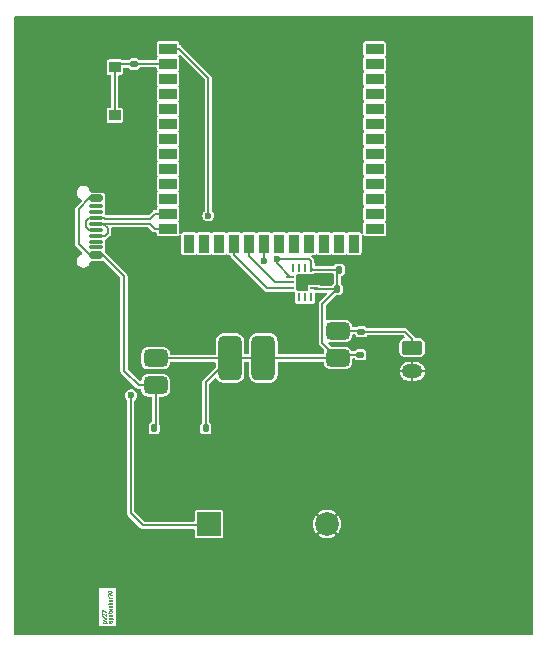
<source format=gbr>
%TF.GenerationSoftware,KiCad,Pcbnew,8.0.8-8.0.8-0~ubuntu24.04.1*%
%TF.CreationDate,2025-07-21T15:44:26-04:00*%
%TF.ProjectId,electronics,656c6563-7472-46f6-9e69-63732e6b6963,rev?*%
%TF.SameCoordinates,Original*%
%TF.FileFunction,Copper,L1,Top*%
%TF.FilePolarity,Positive*%
%FSLAX46Y46*%
G04 Gerber Fmt 4.6, Leading zero omitted, Abs format (unit mm)*
G04 Created by KiCad (PCBNEW 8.0.8-8.0.8-0~ubuntu24.04.1) date 2025-07-21 15:44:26*
%MOMM*%
%LPD*%
G01*
G04 APERTURE LIST*
G04 Aperture macros list*
%AMRoundRect*
0 Rectangle with rounded corners*
0 $1 Rounding radius*
0 $2 $3 $4 $5 $6 $7 $8 $9 X,Y pos of 4 corners*
0 Add a 4 corners polygon primitive as box body*
4,1,4,$2,$3,$4,$5,$6,$7,$8,$9,$2,$3,0*
0 Add four circle primitives for the rounded corners*
1,1,$1+$1,$2,$3*
1,1,$1+$1,$4,$5*
1,1,$1+$1,$6,$7*
1,1,$1+$1,$8,$9*
0 Add four rect primitives between the rounded corners*
20,1,$1+$1,$2,$3,$4,$5,0*
20,1,$1+$1,$4,$5,$6,$7,0*
20,1,$1+$1,$6,$7,$8,$9,0*
20,1,$1+$1,$8,$9,$2,$3,0*%
G04 Aperture macros list end*
%ADD10C,0.075000*%
%TA.AperFunction,NonConductor*%
%ADD11C,0.075000*%
%TD*%
%TA.AperFunction,SMDPad,CuDef*%
%ADD12RoundRect,0.140000X-0.170000X0.140000X-0.170000X-0.140000X0.170000X-0.140000X0.170000X0.140000X0*%
%TD*%
%TA.AperFunction,SMDPad,CuDef*%
%ADD13RoundRect,0.140000X-0.140000X-0.170000X0.140000X-0.170000X0.140000X0.170000X-0.140000X0.170000X0*%
%TD*%
%TA.AperFunction,SMDPad,CuDef*%
%ADD14RoundRect,0.140000X0.170000X-0.140000X0.170000X0.140000X-0.170000X0.140000X-0.170000X-0.140000X0*%
%TD*%
%TA.AperFunction,SMDPad,CuDef*%
%ADD15RoundRect,0.375000X-0.625000X-0.375000X0.625000X-0.375000X0.625000X0.375000X-0.625000X0.375000X0*%
%TD*%
%TA.AperFunction,SMDPad,CuDef*%
%ADD16RoundRect,0.500000X-0.500000X-1.400000X0.500000X-1.400000X0.500000X1.400000X-0.500000X1.400000X0*%
%TD*%
%TA.AperFunction,SMDPad,CuDef*%
%ADD17RoundRect,0.375000X0.625000X0.375000X-0.625000X0.375000X-0.625000X-0.375000X0.625000X-0.375000X0*%
%TD*%
%TA.AperFunction,SMDPad,CuDef*%
%ADD18RoundRect,0.500000X0.500000X1.400000X-0.500000X1.400000X-0.500000X-1.400000X0.500000X-1.400000X0*%
%TD*%
%TA.AperFunction,SMDPad,CuDef*%
%ADD19R,0.250000X0.675000*%
%TD*%
%TA.AperFunction,SMDPad,CuDef*%
%ADD20R,0.675000X0.250000*%
%TD*%
%TA.AperFunction,SMDPad,CuDef*%
%ADD21R,1.000000X0.900000*%
%TD*%
%TA.AperFunction,ComponentPad*%
%ADD22R,2.000000X2.000000*%
%TD*%
%TA.AperFunction,ComponentPad*%
%ADD23C,2.000000*%
%TD*%
%TA.AperFunction,ComponentPad*%
%ADD24RoundRect,0.250000X-0.625000X0.350000X-0.625000X-0.350000X0.625000X-0.350000X0.625000X0.350000X0*%
%TD*%
%TA.AperFunction,ComponentPad*%
%ADD25O,1.750000X1.200000*%
%TD*%
%TA.AperFunction,SMDPad,CuDef*%
%ADD26RoundRect,0.150000X-0.425000X0.150000X-0.425000X-0.150000X0.425000X-0.150000X0.425000X0.150000X0*%
%TD*%
%TA.AperFunction,SMDPad,CuDef*%
%ADD27RoundRect,0.075000X-0.500000X0.075000X-0.500000X-0.075000X0.500000X-0.075000X0.500000X0.075000X0*%
%TD*%
%TA.AperFunction,SMDPad,CuDef*%
%ADD28RoundRect,0.250000X-0.750000X0.840000X-0.750000X-0.840000X0.750000X-0.840000X0.750000X0.840000X0*%
%TD*%
%TA.AperFunction,SMDPad,CuDef*%
%ADD29R,1.500000X0.900000*%
%TD*%
%TA.AperFunction,SMDPad,CuDef*%
%ADD30R,0.900000X1.500000*%
%TD*%
%TA.AperFunction,HeatsinkPad*%
%ADD31C,0.600000*%
%TD*%
%TA.AperFunction,SMDPad,CuDef*%
%ADD32R,3.900000X3.900000*%
%TD*%
%TA.AperFunction,ViaPad*%
%ADD33C,0.600000*%
%TD*%
%TA.AperFunction,Conductor*%
%ADD34C,0.200000*%
%TD*%
G04 APERTURE END LIST*
D10*
D11*
X137186402Y-137109229D02*
X137486402Y-137109229D01*
X137200688Y-137109229D02*
X137186402Y-137080658D01*
X137186402Y-137080658D02*
X137186402Y-137023515D01*
X137186402Y-137023515D02*
X137200688Y-136994943D01*
X137200688Y-136994943D02*
X137214974Y-136980658D01*
X137214974Y-136980658D02*
X137243545Y-136966372D01*
X137243545Y-136966372D02*
X137329259Y-136966372D01*
X137329259Y-136966372D02*
X137357831Y-136980658D01*
X137357831Y-136980658D02*
X137372117Y-136994943D01*
X137372117Y-136994943D02*
X137386402Y-137023515D01*
X137386402Y-137023515D02*
X137386402Y-137080658D01*
X137386402Y-137080658D02*
X137372117Y-137109229D01*
X137186402Y-136866371D02*
X137386402Y-136809229D01*
X137386402Y-136809229D02*
X137243545Y-136752086D01*
X137243545Y-136752086D02*
X137386402Y-136694943D01*
X137386402Y-136694943D02*
X137186402Y-136637800D01*
X137114974Y-136537800D02*
X137100688Y-136523514D01*
X137100688Y-136523514D02*
X137086402Y-136494943D01*
X137086402Y-136494943D02*
X137086402Y-136423514D01*
X137086402Y-136423514D02*
X137100688Y-136394943D01*
X137100688Y-136394943D02*
X137114974Y-136380657D01*
X137114974Y-136380657D02*
X137143545Y-136366371D01*
X137143545Y-136366371D02*
X137172117Y-136366371D01*
X137172117Y-136366371D02*
X137214974Y-136380657D01*
X137214974Y-136380657D02*
X137386402Y-136552085D01*
X137386402Y-136552085D02*
X137386402Y-136366371D01*
X137086402Y-136266371D02*
X137086402Y-136066371D01*
X137086402Y-136066371D02*
X137386402Y-136194943D01*
X137869385Y-136980658D02*
X137712242Y-136980658D01*
X137712242Y-136980658D02*
X137683671Y-136994943D01*
X137683671Y-136994943D02*
X137669385Y-137023515D01*
X137669385Y-137023515D02*
X137669385Y-137080658D01*
X137669385Y-137080658D02*
X137683671Y-137109229D01*
X137855100Y-136980658D02*
X137869385Y-137009229D01*
X137869385Y-137009229D02*
X137869385Y-137080658D01*
X137869385Y-137080658D02*
X137855100Y-137109229D01*
X137855100Y-137109229D02*
X137826528Y-137123515D01*
X137826528Y-137123515D02*
X137797957Y-137123515D01*
X137797957Y-137123515D02*
X137769385Y-137109229D01*
X137769385Y-137109229D02*
X137755100Y-137080658D01*
X137755100Y-137080658D02*
X137755100Y-137009229D01*
X137755100Y-137009229D02*
X137740814Y-136980658D01*
X137669385Y-136837800D02*
X137969385Y-136837800D01*
X137683671Y-136837800D02*
X137669385Y-136809229D01*
X137669385Y-136809229D02*
X137669385Y-136752086D01*
X137669385Y-136752086D02*
X137683671Y-136723514D01*
X137683671Y-136723514D02*
X137697957Y-136709229D01*
X137697957Y-136709229D02*
X137726528Y-136694943D01*
X137726528Y-136694943D02*
X137812242Y-136694943D01*
X137812242Y-136694943D02*
X137840814Y-136709229D01*
X137840814Y-136709229D02*
X137855100Y-136723514D01*
X137855100Y-136723514D02*
X137869385Y-136752086D01*
X137869385Y-136752086D02*
X137869385Y-136809229D01*
X137869385Y-136809229D02*
X137855100Y-136837800D01*
X137869385Y-136437800D02*
X137712242Y-136437800D01*
X137712242Y-136437800D02*
X137683671Y-136452085D01*
X137683671Y-136452085D02*
X137669385Y-136480657D01*
X137669385Y-136480657D02*
X137669385Y-136537800D01*
X137669385Y-136537800D02*
X137683671Y-136566371D01*
X137855100Y-136437800D02*
X137869385Y-136466371D01*
X137869385Y-136466371D02*
X137869385Y-136537800D01*
X137869385Y-136537800D02*
X137855100Y-136566371D01*
X137855100Y-136566371D02*
X137826528Y-136580657D01*
X137826528Y-136580657D02*
X137797957Y-136580657D01*
X137797957Y-136580657D02*
X137769385Y-136566371D01*
X137769385Y-136566371D02*
X137755100Y-136537800D01*
X137755100Y-136537800D02*
X137755100Y-136466371D01*
X137755100Y-136466371D02*
X137740814Y-136437800D01*
X137669385Y-136337799D02*
X137669385Y-136223513D01*
X137569385Y-136294942D02*
X137826528Y-136294942D01*
X137826528Y-136294942D02*
X137855100Y-136280656D01*
X137855100Y-136280656D02*
X137869385Y-136252085D01*
X137869385Y-136252085D02*
X137869385Y-136223513D01*
X137669385Y-136152084D02*
X137869385Y-136094942D01*
X137869385Y-136094942D02*
X137726528Y-136037799D01*
X137726528Y-136037799D02*
X137869385Y-135980656D01*
X137869385Y-135980656D02*
X137669385Y-135923513D01*
X137855100Y-135694941D02*
X137869385Y-135723513D01*
X137869385Y-135723513D02*
X137869385Y-135780656D01*
X137869385Y-135780656D02*
X137855100Y-135809227D01*
X137855100Y-135809227D02*
X137826528Y-135823513D01*
X137826528Y-135823513D02*
X137712242Y-135823513D01*
X137712242Y-135823513D02*
X137683671Y-135809227D01*
X137683671Y-135809227D02*
X137669385Y-135780656D01*
X137669385Y-135780656D02*
X137669385Y-135723513D01*
X137669385Y-135723513D02*
X137683671Y-135694941D01*
X137683671Y-135694941D02*
X137712242Y-135680656D01*
X137712242Y-135680656D02*
X137740814Y-135680656D01*
X137740814Y-135680656D02*
X137769385Y-135823513D01*
X137869385Y-135552084D02*
X137569385Y-135552084D01*
X137755100Y-135523513D02*
X137869385Y-135437798D01*
X137669385Y-135437798D02*
X137783671Y-135552084D01*
X137869385Y-135180656D02*
X137712242Y-135180656D01*
X137712242Y-135180656D02*
X137683671Y-135194941D01*
X137683671Y-135194941D02*
X137669385Y-135223513D01*
X137669385Y-135223513D02*
X137669385Y-135280656D01*
X137669385Y-135280656D02*
X137683671Y-135309227D01*
X137855100Y-135180656D02*
X137869385Y-135209227D01*
X137869385Y-135209227D02*
X137869385Y-135280656D01*
X137869385Y-135280656D02*
X137855100Y-135309227D01*
X137855100Y-135309227D02*
X137826528Y-135323513D01*
X137826528Y-135323513D02*
X137797957Y-135323513D01*
X137797957Y-135323513D02*
X137769385Y-135309227D01*
X137769385Y-135309227D02*
X137755100Y-135280656D01*
X137755100Y-135280656D02*
X137755100Y-135209227D01*
X137755100Y-135209227D02*
X137740814Y-135180656D01*
X137869385Y-135037798D02*
X137669385Y-135037798D01*
X137726528Y-135037798D02*
X137697957Y-135023512D01*
X137697957Y-135023512D02*
X137683671Y-135009227D01*
X137683671Y-135009227D02*
X137669385Y-134980655D01*
X137669385Y-134980655D02*
X137669385Y-134952084D01*
X137569385Y-134880655D02*
X137569385Y-134680655D01*
X137569385Y-134680655D02*
X137869385Y-134809227D01*
X137569385Y-134509227D02*
X137569385Y-134480656D01*
X137569385Y-134480656D02*
X137583671Y-134452084D01*
X137583671Y-134452084D02*
X137597957Y-134437799D01*
X137597957Y-134437799D02*
X137626528Y-134423513D01*
X137626528Y-134423513D02*
X137683671Y-134409227D01*
X137683671Y-134409227D02*
X137755100Y-134409227D01*
X137755100Y-134409227D02*
X137812242Y-134423513D01*
X137812242Y-134423513D02*
X137840814Y-134437799D01*
X137840814Y-134437799D02*
X137855100Y-134452084D01*
X137855100Y-134452084D02*
X137869385Y-134480656D01*
X137869385Y-134480656D02*
X137869385Y-134509227D01*
X137869385Y-134509227D02*
X137855100Y-134537799D01*
X137855100Y-134537799D02*
X137840814Y-134552084D01*
X137840814Y-134552084D02*
X137812242Y-134566370D01*
X137812242Y-134566370D02*
X137755100Y-134580656D01*
X137755100Y-134580656D02*
X137683671Y-134580656D01*
X137683671Y-134580656D02*
X137626528Y-134566370D01*
X137626528Y-134566370D02*
X137597957Y-134552084D01*
X137597957Y-134552084D02*
X137583671Y-134537799D01*
X137583671Y-134537799D02*
X137569385Y-134509227D01*
D12*
%TO.P,C5,1*%
%TO.N,Net-(U1-EN)*%
X139775000Y-89815000D03*
%TO.P,C5,2*%
%TO.N,GND*%
X139775000Y-90775000D03*
%TD*%
D13*
%TO.P,C4,1*%
%TO.N,+3V3*%
X156965000Y-108875000D03*
%TO.P,C4,2*%
%TO.N,GND*%
X157925000Y-108875000D03*
%TD*%
%TO.P,C3,1*%
%TO.N,+3V3*%
X157150000Y-107225000D03*
%TO.P,C3,2*%
%TO.N,GND*%
X158110000Y-107225000D03*
%TD*%
D12*
%TO.P,C2,1*%
%TO.N,+3V3*%
X158925000Y-114420000D03*
%TO.P,C2,2*%
%TO.N,GND*%
X158925000Y-115380000D03*
%TD*%
D14*
%TO.P,C1,1*%
%TO.N,Net-(BT1-+)*%
X159025000Y-112480000D03*
%TO.P,C1,2*%
%TO.N,GND*%
X159025000Y-111520000D03*
%TD*%
D13*
%TO.P,C7,1*%
%TO.N,+3V3*%
X145845000Y-120675000D03*
%TO.P,C7,2*%
%TO.N,GND*%
X146805000Y-120675000D03*
%TD*%
%TO.P,C6,1*%
%TO.N,Net-(U5-VI)*%
X141495000Y-120650000D03*
%TO.P,C6,2*%
%TO.N,GND*%
X142455000Y-120650000D03*
%TD*%
D15*
%TO.P,U5,1,GND*%
%TO.N,GND*%
X141600000Y-112425000D03*
%TO.P,U5,2,VO*%
%TO.N,+3V3*%
X141600000Y-114725000D03*
D16*
X147900000Y-114725000D03*
D15*
%TO.P,U5,3,VI*%
%TO.N,Net-(U5-VI)*%
X141600000Y-117025000D03*
%TD*%
D17*
%TO.P,U3,1,GND*%
%TO.N,GND*%
X157025000Y-117012500D03*
%TO.P,U3,2,VO*%
%TO.N,+3V3*%
X157025000Y-114712500D03*
D18*
X150725000Y-114712500D03*
D17*
%TO.P,U3,3,VI*%
%TO.N,Net-(BT1-+)*%
X157025000Y-112412500D03*
%TD*%
D19*
%TO.P,U2,1,SDO*%
%TO.N,GND*%
X153250000Y-109575000D03*
%TO.P,U2,2,ASDx*%
%TO.N,unconnected-(U2-ASDx-Pad2)*%
X153750000Y-109575000D03*
%TO.P,U2,3,ASCx*%
%TO.N,unconnected-(U2-ASCx-Pad3)*%
X154250000Y-109575000D03*
%TO.P,U2,4,INT1*%
%TO.N,unconnected-(U2-INT1-Pad4)*%
X154750000Y-109575000D03*
D20*
%TO.P,U2,5,VDDI0*%
%TO.N,+3V3*%
X155012500Y-108812500D03*
%TO.P,U2,6,GNDI0*%
%TO.N,GND*%
X155012500Y-108312500D03*
%TO.P,U2,7,GND*%
X155012500Y-107812500D03*
D19*
%TO.P,U2,8,VDD*%
%TO.N,+3V3*%
X154750000Y-107050000D03*
%TO.P,U2,9,INT2*%
%TO.N,unconnected-(U2-INT2-Pad9)*%
X154250000Y-107050000D03*
%TO.P,U2,10,OCSB*%
%TO.N,unconnected-(U2-OCSB-Pad10)*%
X153750000Y-107050000D03*
%TO.P,U2,11,OSDO*%
%TO.N,unconnected-(U2-OSDO-Pad11)*%
X153250000Y-107050000D03*
D20*
%TO.P,U2,12,CSB*%
%TO.N,+3V3*%
X152987500Y-107812500D03*
%TO.P,U2,13,SCx*%
%TO.N,/SCL*%
X152987500Y-108312500D03*
%TO.P,U2,14,SDx*%
%TO.N,/SDA*%
X152987500Y-108812500D03*
%TD*%
D21*
%TO.P,SW1,1,1*%
%TO.N,GND*%
X136550000Y-94175000D03*
X136550000Y-90075000D03*
%TO.P,SW1,2,2*%
%TO.N,Net-(U1-EN)*%
X138150000Y-90075000D03*
X138150000Y-94175000D03*
%TD*%
D22*
%TO.P,BZ1,1,+*%
%TO.N,/BZR*%
X146110000Y-128770000D03*
D23*
%TO.P,BZ1,2,-*%
%TO.N,GND*%
X156110000Y-128770000D03*
%TD*%
D24*
%TO.P,BT1,1,+*%
%TO.N,Net-(BT1-+)*%
X163325000Y-113825000D03*
D25*
%TO.P,BT1,2,-*%
%TO.N,GND*%
X163325000Y-115825000D03*
%TD*%
D26*
%TO.P,J1,A1,GND*%
%TO.N,GND*%
X136575000Y-100402410D03*
%TO.P,J1,A4,VBUS*%
%TO.N,Net-(U5-VI)*%
X136575000Y-101202410D03*
D27*
%TO.P,J1,A5,CC1*%
%TO.N,unconnected-(J1-CC1-PadA5)*%
X136575000Y-102352410D03*
%TO.P,J1,A6,D+*%
%TO.N,/D+*%
X136575000Y-103352410D03*
%TO.P,J1,A7,D-*%
%TO.N,/D-*%
X136575000Y-103852410D03*
%TO.P,J1,A8*%
%TO.N,N/C*%
X136575000Y-104852410D03*
D26*
%TO.P,J1,A9,VBUS*%
%TO.N,Net-(U5-VI)*%
X136575000Y-106002410D03*
%TO.P,J1,A12,GND*%
%TO.N,GND*%
X136575000Y-106802410D03*
%TO.P,J1,B1,GND*%
X136575000Y-106802410D03*
%TO.P,J1,B4,VBUS*%
%TO.N,Net-(U5-VI)*%
X136575000Y-106002410D03*
D27*
%TO.P,J1,B5,CC2*%
%TO.N,unconnected-(J1-CC2-PadB5)*%
X136575000Y-105352410D03*
%TO.P,J1,B6,D+*%
%TO.N,/D+*%
X136575000Y-104352410D03*
%TO.P,J1,B7,D-*%
%TO.N,/D-*%
X136575000Y-102852410D03*
%TO.P,J1,B8*%
%TO.N,N/C*%
X136575000Y-101852410D03*
D26*
%TO.P,J1,B9,VBUS*%
%TO.N,Net-(U5-VI)*%
X136575000Y-101202410D03*
%TO.P,J1,B12,GND*%
%TO.N,GND*%
X136575000Y-100402410D03*
D28*
%TO.P,J1,S1,SHIELD*%
X136000000Y-98492410D03*
X132070000Y-98492410D03*
X136000000Y-108712410D03*
X132070000Y-108712410D03*
%TD*%
D29*
%TO.P,U1,1,GND*%
%TO.N,GND*%
X142650000Y-87255000D03*
%TO.P,U1,2,3V3*%
%TO.N,+3V3*%
X142650000Y-88525000D03*
%TO.P,U1,3,EN*%
%TO.N,Net-(U1-EN)*%
X142650000Y-89795000D03*
%TO.P,U1,4,IO4*%
%TO.N,unconnected-(U1-IO4-Pad4)*%
X142650000Y-91065000D03*
%TO.P,U1,5,IO5*%
%TO.N,unconnected-(U1-IO5-Pad5)*%
X142650000Y-92335000D03*
%TO.P,U1,6,IO6*%
%TO.N,unconnected-(U1-IO6-Pad6)*%
X142650000Y-93605000D03*
%TO.P,U1,7,IO7*%
%TO.N,unconnected-(U1-IO7-Pad7)*%
X142650000Y-94875000D03*
%TO.P,U1,8,IO15*%
%TO.N,unconnected-(U1-IO15-Pad8)*%
X142650000Y-96145000D03*
%TO.P,U1,9,IO16*%
%TO.N,unconnected-(U1-IO16-Pad9)*%
X142650000Y-97415000D03*
%TO.P,U1,10,IO17*%
%TO.N,unconnected-(U1-IO17-Pad10)*%
X142650000Y-98685000D03*
%TO.P,U1,11,IO18*%
%TO.N,unconnected-(U1-IO18-Pad11)*%
X142650000Y-99955000D03*
%TO.P,U1,12,IO8*%
%TO.N,unconnected-(U1-IO8-Pad12)*%
X142650000Y-101225000D03*
%TO.P,U1,13,IO19*%
%TO.N,/D-*%
X142650000Y-102495000D03*
%TO.P,U1,14,IO20*%
%TO.N,/D+*%
X142650000Y-103765000D03*
D30*
%TO.P,U1,15,IO3*%
%TO.N,unconnected-(U1-IO3-Pad15)*%
X144415000Y-105015000D03*
%TO.P,U1,16,IO46*%
%TO.N,unconnected-(U1-IO46-Pad16)*%
X145685000Y-105015000D03*
%TO.P,U1,17,IO9*%
%TO.N,unconnected-(U1-IO9-Pad17)*%
X146955000Y-105015000D03*
%TO.P,U1,18,IO10*%
%TO.N,/SDA*%
X148225000Y-105015000D03*
%TO.P,U1,19,IO11*%
%TO.N,/SCL*%
X149495000Y-105015000D03*
%TO.P,U1,20,IO12*%
%TO.N,/BZR*%
X150765000Y-105015000D03*
%TO.P,U1,21,IO13*%
%TO.N,unconnected-(U1-IO13-Pad21)*%
X152035000Y-105015000D03*
%TO.P,U1,22,IO14*%
%TO.N,unconnected-(U1-IO14-Pad22)*%
X153305000Y-105015000D03*
%TO.P,U1,23,IO21*%
%TO.N,unconnected-(U1-IO21-Pad23)*%
X154575000Y-105015000D03*
%TO.P,U1,24,IO47*%
%TO.N,unconnected-(U1-IO47-Pad24)*%
X155845000Y-105015000D03*
%TO.P,U1,25,IO48*%
%TO.N,unconnected-(U1-IO48-Pad25)*%
X157115000Y-105015000D03*
%TO.P,U1,26,IO45*%
%TO.N,unconnected-(U1-IO45-Pad26)*%
X158385000Y-105015000D03*
D29*
%TO.P,U1,27,IO0*%
%TO.N,unconnected-(U1-IO0-Pad27)*%
X160150000Y-103765000D03*
%TO.P,U1,28,IO35*%
%TO.N,unconnected-(U1-IO35-Pad28)*%
X160150000Y-102495000D03*
%TO.P,U1,29,IO36*%
%TO.N,unconnected-(U1-IO36-Pad29)*%
X160150000Y-101225000D03*
%TO.P,U1,30,IO37*%
%TO.N,unconnected-(U1-IO37-Pad30)*%
X160150000Y-99955000D03*
%TO.P,U1,31,IO38*%
%TO.N,unconnected-(U1-IO38-Pad31)*%
X160150000Y-98685000D03*
%TO.P,U1,32,IO39*%
%TO.N,unconnected-(U1-IO39-Pad32)*%
X160150000Y-97415000D03*
%TO.P,U1,33,IO40*%
%TO.N,unconnected-(U1-IO40-Pad33)*%
X160150000Y-96145000D03*
%TO.P,U1,34,IO41*%
%TO.N,unconnected-(U1-IO41-Pad34)*%
X160150000Y-94875000D03*
%TO.P,U1,35,IO42*%
%TO.N,unconnected-(U1-IO42-Pad35)*%
X160150000Y-93605000D03*
%TO.P,U1,36,RXD0*%
%TO.N,unconnected-(U1-RXD0-Pad36)*%
X160150000Y-92335000D03*
%TO.P,U1,37,TXD0*%
%TO.N,unconnected-(U1-TXD0-Pad37)*%
X160150000Y-91065000D03*
%TO.P,U1,38,IO2*%
%TO.N,unconnected-(U1-IO2-Pad38)*%
X160150000Y-89795000D03*
%TO.P,U1,39,IO1*%
%TO.N,unconnected-(U1-IO1-Pad39)*%
X160150000Y-88525000D03*
%TO.P,U1,40,GND*%
%TO.N,GND*%
X160150000Y-87255000D03*
D31*
%TO.P,U1,41,GND*%
X148500000Y-94275000D03*
X148500000Y-95675000D03*
X149200000Y-93575000D03*
X149200000Y-94975000D03*
X149200000Y-96375000D03*
X149900000Y-94275000D03*
D32*
X149900000Y-94975000D03*
D31*
X149900000Y-95675000D03*
X150600000Y-93575000D03*
X150600000Y-94975000D03*
X150600000Y-96375000D03*
X151300000Y-94275000D03*
X151300000Y-95675000D03*
%TD*%
D33*
%TO.N,GND*%
X158310000Y-108170000D03*
X156132721Y-108184049D03*
X160874514Y-115866905D03*
%TO.N,+3V3*%
X151875000Y-106325000D03*
X146075000Y-102650000D03*
%TO.N,/BZR*%
X150765000Y-106500000D03*
X139525000Y-117875000D03*
%TD*%
D34*
%TO.N,/BZR*%
X146120000Y-128890000D02*
X140530000Y-128890000D01*
X140530000Y-128890000D02*
X139500000Y-127860000D01*
X139500000Y-127860000D02*
X139500000Y-117900000D01*
X139500000Y-117900000D02*
X139525000Y-117875000D01*
%TO.N,GND*%
X158310000Y-108170000D02*
X158310000Y-107425000D01*
X158310000Y-107425000D02*
X158110000Y-107225000D01*
X156017500Y-108312500D02*
X156150000Y-108180000D01*
X155012500Y-108312500D02*
X156017500Y-108312500D01*
X160874514Y-115866905D02*
X160387609Y-115380000D01*
X160387609Y-115380000D02*
X158925000Y-115380000D01*
%TO.N,Net-(U5-VI)*%
X141495000Y-120650000D02*
X141600000Y-120545000D01*
X141600000Y-120545000D02*
X141600000Y-117025000D01*
%TO.N,+3V3*%
X156965000Y-108875000D02*
X156965000Y-107410000D01*
X156965000Y-107410000D02*
X157150000Y-107225000D01*
X145845000Y-120675000D02*
X145845000Y-116780000D01*
X145845000Y-116780000D02*
X147900000Y-114725000D01*
X150725000Y-114712500D02*
X147912500Y-114712500D01*
X147912500Y-114712500D02*
X147900000Y-114725000D01*
X157025000Y-114712500D02*
X150725000Y-114712500D01*
X156965000Y-108875000D02*
X155725000Y-110115000D01*
X155725000Y-110115000D02*
X155725000Y-113412500D01*
X155725000Y-113412500D02*
X157025000Y-114712500D01*
X151875000Y-106325000D02*
X154587500Y-106325000D01*
X154587500Y-106325000D02*
X154750000Y-106487500D01*
X154750000Y-106487500D02*
X154750000Y-107050000D01*
X151875000Y-106325000D02*
X151875000Y-106700000D01*
X151875000Y-106700000D02*
X152987500Y-107812500D01*
X146075000Y-91000000D02*
X146075000Y-102650000D01*
X143600000Y-88525000D02*
X146075000Y-91000000D01*
X142650000Y-88525000D02*
X143600000Y-88525000D01*
X156965000Y-108875000D02*
X155075000Y-108875000D01*
X155075000Y-108875000D02*
X155012500Y-108812500D01*
X157150000Y-107225000D02*
X154925000Y-107225000D01*
X154925000Y-107225000D02*
X154750000Y-107050000D01*
%TO.N,/SDA*%
X152987500Y-108812500D02*
X151072500Y-108812500D01*
X151072500Y-108812500D02*
X148225000Y-105965000D01*
X148225000Y-105965000D02*
X148225000Y-105015000D01*
%TO.N,/SCL*%
X152987500Y-108312500D02*
X151728971Y-108312500D01*
X149495000Y-106078529D02*
X149495000Y-105015000D01*
X151728971Y-108312500D02*
X149495000Y-106078529D01*
%TO.N,/BZR*%
X150765000Y-106500000D02*
X150765000Y-105015000D01*
%TO.N,+3V3*%
X158925000Y-114420000D02*
X157317500Y-114420000D01*
X157317500Y-114420000D02*
X157025000Y-114712500D01*
%TO.N,Net-(BT1-+)*%
X157025000Y-112412500D02*
X158957500Y-112412500D01*
X158957500Y-112412500D02*
X159025000Y-112480000D01*
X163325000Y-113825000D02*
X163325000Y-113100000D01*
X163325000Y-113100000D02*
X162705000Y-112480000D01*
X162705000Y-112480000D02*
X159025000Y-112480000D01*
%TO.N,Net-(U5-VI)*%
X136575000Y-101202410D02*
X136000001Y-101202410D01*
X136000001Y-101202410D02*
X135093908Y-102108503D01*
X135093908Y-102108503D02*
X135093908Y-105068908D01*
X135093908Y-105068908D02*
X136027410Y-106002410D01*
X136027410Y-106002410D02*
X136575000Y-106002410D01*
X138925000Y-107777411D02*
X138925000Y-115775000D01*
X138925000Y-115775000D02*
X140175000Y-117025000D01*
X137149999Y-106002410D02*
X138925000Y-107777411D01*
X136575000Y-106002410D02*
X137149999Y-106002410D01*
X140175000Y-117025000D02*
X141600000Y-117025000D01*
%TO.N,+3V3*%
X141600000Y-114725000D02*
X147900000Y-114725000D01*
%TO.N,Net-(U1-EN)*%
X138150000Y-90075000D02*
X138150000Y-94175000D01*
X139775000Y-89815000D02*
X138410000Y-89815000D01*
X138410000Y-89815000D02*
X138150000Y-90075000D01*
X142650000Y-89795000D02*
X139795000Y-89795000D01*
X139795000Y-89795000D02*
X139775000Y-89815000D01*
%TO.N,/D-*%
X137000000Y-102852410D02*
X136575000Y-102852410D01*
%TO.N,/D+*%
X142650000Y-103765000D02*
X141524999Y-103765000D01*
%TO.N,/D-*%
X137318728Y-102905000D02*
X137291138Y-102877410D01*
%TO.N,/D+*%
X141524999Y-103765000D02*
X141114999Y-103355000D01*
%TO.N,/D-*%
X137291138Y-102877410D02*
X137025000Y-102877410D01*
%TO.N,/D+*%
X137025000Y-103327410D02*
X137000000Y-103352410D01*
%TO.N,/D-*%
X137025000Y-102877410D02*
X137000000Y-102852410D01*
%TO.N,/D+*%
X141114999Y-103355000D02*
X137146522Y-103355000D01*
X137146522Y-103355000D02*
X137118932Y-103327410D01*
X137118932Y-103327410D02*
X137025000Y-103327410D01*
X137000000Y-103352410D02*
X136575000Y-103352410D01*
%TO.N,/D-*%
X142650000Y-102495000D02*
X141524999Y-102495000D01*
X141524999Y-102495000D02*
X141114999Y-102905000D01*
X141114999Y-102905000D02*
X137318728Y-102905000D01*
%TO.N,/D+*%
X136575000Y-103352410D02*
X137182410Y-103352410D01*
X137182410Y-103352410D02*
X137545000Y-103715000D01*
X137545000Y-103715000D02*
X137545000Y-104089820D01*
X137545000Y-104089820D02*
X137282410Y-104352410D01*
X137282410Y-104352410D02*
X136575000Y-104352410D01*
%TO.N,/D-*%
X136575000Y-102852410D02*
X135967590Y-102852410D01*
X135967590Y-103852410D02*
X136575000Y-103852410D01*
X135967590Y-102852410D02*
X135695000Y-103125000D01*
X135695000Y-103125000D02*
X135695000Y-103579820D01*
X135695000Y-103579820D02*
X135967590Y-103852410D01*
%TO.N,/D+*%
X142650000Y-103765000D02*
X142350000Y-103765000D01*
%TO.N,/D-*%
X142650000Y-102495000D02*
X142350000Y-102495000D01*
%TD*%
%TA.AperFunction,Conductor*%
%TO.N,GND*%
G36*
X156623691Y-107544407D02*
G01*
X156659655Y-107593907D01*
X156664500Y-107624500D01*
X156664500Y-108343760D01*
X156645593Y-108401951D01*
X156632236Y-108415079D01*
X156632809Y-108415652D01*
X156626685Y-108421775D01*
X156626684Y-108421776D01*
X156541776Y-108506684D01*
X156537558Y-108515731D01*
X156536808Y-108517339D01*
X156495079Y-108562087D01*
X156447083Y-108574500D01*
X155567111Y-108574500D01*
X155508920Y-108555593D01*
X155497107Y-108545504D01*
X155494554Y-108542951D01*
X155494552Y-108542948D01*
X155494548Y-108542945D01*
X155428233Y-108498634D01*
X155428231Y-108498633D01*
X155428228Y-108498632D01*
X155428227Y-108498632D01*
X155369758Y-108487001D01*
X155369748Y-108487000D01*
X154655252Y-108487000D01*
X154655251Y-108487000D01*
X154655241Y-108487001D01*
X154596772Y-108498632D01*
X154596766Y-108498634D01*
X154530451Y-108542945D01*
X154530445Y-108542951D01*
X154486134Y-108609266D01*
X154486132Y-108609272D01*
X154474501Y-108667741D01*
X154474500Y-108667753D01*
X154474500Y-108938000D01*
X154455593Y-108996191D01*
X154406093Y-109032155D01*
X154375500Y-109037000D01*
X154105252Y-109037000D01*
X154105251Y-109037000D01*
X154105241Y-109037001D01*
X154046769Y-109048632D01*
X154037881Y-109052314D01*
X153976884Y-109057111D01*
X153962119Y-109052314D01*
X153953230Y-109048632D01*
X153894758Y-109037001D01*
X153894748Y-109037000D01*
X153624500Y-109037000D01*
X153566309Y-109018093D01*
X153530345Y-108968593D01*
X153525500Y-108938000D01*
X153525500Y-108667753D01*
X153525500Y-108667752D01*
X153513867Y-108609269D01*
X153513864Y-108609265D01*
X153510187Y-108600387D01*
X153505386Y-108539390D01*
X153510187Y-108524613D01*
X153513863Y-108515736D01*
X153513867Y-108515731D01*
X153525500Y-108457248D01*
X153525500Y-108167752D01*
X153513867Y-108109269D01*
X153513864Y-108109265D01*
X153510187Y-108100387D01*
X153505386Y-108039390D01*
X153510187Y-108024613D01*
X153513863Y-108015736D01*
X153513867Y-108015731D01*
X153525500Y-107957248D01*
X153525500Y-107687000D01*
X153544407Y-107628809D01*
X153593907Y-107592845D01*
X153624500Y-107588000D01*
X153894747Y-107588000D01*
X153894748Y-107588000D01*
X153953231Y-107576367D01*
X153953236Y-107576363D01*
X153962113Y-107572687D01*
X154023110Y-107567886D01*
X154037887Y-107572687D01*
X154046765Y-107576364D01*
X154046769Y-107576367D01*
X154105252Y-107588000D01*
X154105253Y-107588000D01*
X154394747Y-107588000D01*
X154394748Y-107588000D01*
X154453231Y-107576367D01*
X154453236Y-107576363D01*
X154462113Y-107572687D01*
X154523110Y-107567886D01*
X154537887Y-107572687D01*
X154546765Y-107576364D01*
X154546769Y-107576367D01*
X154605252Y-107588000D01*
X154605253Y-107588000D01*
X154894747Y-107588000D01*
X154894748Y-107588000D01*
X154953231Y-107576367D01*
X155004387Y-107542184D01*
X155059389Y-107525500D01*
X156565500Y-107525500D01*
X156623691Y-107544407D01*
G37*
%TD.AperFunction*%
%TA.AperFunction,Conductor*%
G36*
X149117506Y-95471886D02*
G01*
X149128109Y-95474999D01*
X149128112Y-95475000D01*
X149271888Y-95475000D01*
X149271892Y-95474999D01*
X149282491Y-95471887D01*
X149343651Y-95473633D01*
X149392105Y-95510994D01*
X149409345Y-95569701D01*
X149408377Y-95580964D01*
X149394858Y-95674995D01*
X149394858Y-95675003D01*
X149408377Y-95769034D01*
X149397944Y-95829324D01*
X149354065Y-95871966D01*
X149293503Y-95880673D01*
X149282496Y-95878114D01*
X149271891Y-95875000D01*
X149128112Y-95875000D01*
X149128104Y-95875001D01*
X149117501Y-95878114D01*
X149056341Y-95876364D01*
X149007890Y-95838999D01*
X148990654Y-95780292D01*
X148991622Y-95769033D01*
X149005142Y-95675001D01*
X149005142Y-95674997D01*
X148991622Y-95580965D01*
X149002055Y-95520676D01*
X149045933Y-95478034D01*
X149106495Y-95469326D01*
X149117506Y-95471886D01*
G37*
%TD.AperFunction*%
%TA.AperFunction,Conductor*%
G36*
X150517506Y-95471886D02*
G01*
X150528109Y-95474999D01*
X150528112Y-95475000D01*
X150671888Y-95475000D01*
X150671892Y-95474999D01*
X150682491Y-95471887D01*
X150743651Y-95473633D01*
X150792105Y-95510994D01*
X150809345Y-95569701D01*
X150808377Y-95580964D01*
X150794858Y-95674995D01*
X150794858Y-95675003D01*
X150808377Y-95769034D01*
X150797944Y-95829324D01*
X150754065Y-95871966D01*
X150693503Y-95880673D01*
X150682496Y-95878114D01*
X150671891Y-95875000D01*
X150528112Y-95875000D01*
X150528104Y-95875001D01*
X150517501Y-95878114D01*
X150456341Y-95876364D01*
X150407890Y-95838999D01*
X150390654Y-95780292D01*
X150391622Y-95769033D01*
X150405142Y-95675001D01*
X150405142Y-95674997D01*
X150391622Y-95580965D01*
X150402055Y-95520676D01*
X150445933Y-95478034D01*
X150506495Y-95469326D01*
X150517506Y-95471886D01*
G37*
%TD.AperFunction*%
%TA.AperFunction,Conductor*%
G36*
X149817506Y-94771886D02*
G01*
X149828109Y-94774999D01*
X149828112Y-94775000D01*
X149971888Y-94775000D01*
X149971892Y-94774999D01*
X149982491Y-94771887D01*
X150043651Y-94773633D01*
X150092105Y-94810994D01*
X150109345Y-94869701D01*
X150108377Y-94880964D01*
X150094858Y-94974995D01*
X150094858Y-94975003D01*
X150108377Y-95069034D01*
X150097944Y-95129324D01*
X150054065Y-95171966D01*
X149993503Y-95180673D01*
X149982496Y-95178114D01*
X149971891Y-95175000D01*
X149828112Y-95175000D01*
X149828104Y-95175001D01*
X149817501Y-95178114D01*
X149756341Y-95176364D01*
X149707890Y-95138999D01*
X149690654Y-95080292D01*
X149691622Y-95069033D01*
X149705142Y-94975001D01*
X149705142Y-94974997D01*
X149691622Y-94880965D01*
X149702055Y-94820676D01*
X149745933Y-94778034D01*
X149806495Y-94769326D01*
X149817506Y-94771886D01*
G37*
%TD.AperFunction*%
%TA.AperFunction,Conductor*%
G36*
X149117506Y-94071886D02*
G01*
X149128109Y-94074999D01*
X149128112Y-94075000D01*
X149271888Y-94075000D01*
X149271892Y-94074999D01*
X149282491Y-94071887D01*
X149343651Y-94073633D01*
X149392105Y-94110994D01*
X149409345Y-94169701D01*
X149408377Y-94180964D01*
X149394858Y-94274995D01*
X149394858Y-94275003D01*
X149408377Y-94369034D01*
X149397944Y-94429324D01*
X149354065Y-94471966D01*
X149293503Y-94480673D01*
X149282496Y-94478114D01*
X149271891Y-94475000D01*
X149128112Y-94475000D01*
X149128104Y-94475001D01*
X149117501Y-94478114D01*
X149056341Y-94476364D01*
X149007890Y-94438999D01*
X148990654Y-94380292D01*
X148991622Y-94369033D01*
X149005142Y-94275001D01*
X149005142Y-94274997D01*
X148991622Y-94180965D01*
X149002055Y-94120676D01*
X149045933Y-94078034D01*
X149106495Y-94069326D01*
X149117506Y-94071886D01*
G37*
%TD.AperFunction*%
%TA.AperFunction,Conductor*%
G36*
X150517506Y-94071886D02*
G01*
X150528109Y-94074999D01*
X150528112Y-94075000D01*
X150671888Y-94075000D01*
X150671892Y-94074999D01*
X150682491Y-94071887D01*
X150743651Y-94073633D01*
X150792105Y-94110994D01*
X150809345Y-94169701D01*
X150808377Y-94180964D01*
X150794858Y-94274995D01*
X150794858Y-94275003D01*
X150808377Y-94369034D01*
X150797944Y-94429324D01*
X150754065Y-94471966D01*
X150693503Y-94480673D01*
X150682496Y-94478114D01*
X150671891Y-94475000D01*
X150528112Y-94475000D01*
X150528104Y-94475001D01*
X150517501Y-94478114D01*
X150456341Y-94476364D01*
X150407890Y-94438999D01*
X150390654Y-94380292D01*
X150391622Y-94369033D01*
X150405142Y-94275001D01*
X150405142Y-94274997D01*
X150391622Y-94180965D01*
X150402055Y-94120676D01*
X150445933Y-94078034D01*
X150506495Y-94069326D01*
X150517506Y-94071886D01*
G37*
%TD.AperFunction*%
%TA.AperFunction,Conductor*%
G36*
X173518691Y-85783907D02*
G01*
X173554655Y-85833407D01*
X173559500Y-85864000D01*
X173559500Y-138085500D01*
X173540593Y-138143691D01*
X173491093Y-138179655D01*
X173460500Y-138184500D01*
X129729500Y-138184500D01*
X129671309Y-138165593D01*
X129635345Y-138116093D01*
X129630500Y-138085500D01*
X129630500Y-137369246D01*
X136840670Y-137369246D01*
X136840671Y-137369246D01*
X138212384Y-137369246D01*
X138212385Y-137369246D01*
X138212385Y-134163728D01*
X136840670Y-134163728D01*
X136840670Y-137369246D01*
X129630500Y-137369246D01*
X129630500Y-117874997D01*
X139019353Y-117874997D01*
X139019353Y-117875002D01*
X139039834Y-118017456D01*
X139099623Y-118148373D01*
X139175319Y-118235731D01*
X139199137Y-118292090D01*
X139199500Y-118300562D01*
X139199500Y-127899564D01*
X139219978Y-127975987D01*
X139219979Y-127975989D01*
X139245100Y-128019500D01*
X139259540Y-128044511D01*
X140289540Y-129074511D01*
X140289539Y-129074511D01*
X140345489Y-129130460D01*
X140414007Y-129170019D01*
X140414011Y-129170021D01*
X140490435Y-129190499D01*
X140490437Y-129190500D01*
X140490438Y-129190500D01*
X140569562Y-129190500D01*
X144810500Y-129190500D01*
X144868691Y-129209407D01*
X144904655Y-129258907D01*
X144909500Y-129289500D01*
X144909500Y-129789746D01*
X144909501Y-129789758D01*
X144921132Y-129848227D01*
X144921133Y-129848231D01*
X144965448Y-129914552D01*
X145031769Y-129958867D01*
X145076231Y-129967711D01*
X145090241Y-129970498D01*
X145090246Y-129970498D01*
X145090252Y-129970500D01*
X145090253Y-129970500D01*
X147129747Y-129970500D01*
X147129748Y-129970500D01*
X147188231Y-129958867D01*
X147254552Y-129914552D01*
X147298867Y-129848231D01*
X147310500Y-129789748D01*
X147310500Y-128770000D01*
X154904859Y-128770000D01*
X154925379Y-128991445D01*
X154986239Y-129205347D01*
X155085366Y-129404421D01*
X155085375Y-129404436D01*
X155192407Y-129546168D01*
X155692210Y-129046365D01*
X155709901Y-129077007D01*
X155802993Y-129170099D01*
X155833631Y-129187788D01*
X155334544Y-129686874D01*
X155334545Y-129686876D01*
X155383736Y-129731720D01*
X155572823Y-129848797D01*
X155780200Y-129929136D01*
X155998804Y-129970000D01*
X156221196Y-129970000D01*
X156439799Y-129929136D01*
X156647176Y-129848797D01*
X156836259Y-129731722D01*
X156885453Y-129686875D01*
X156386367Y-129187789D01*
X156417007Y-129170099D01*
X156510099Y-129077007D01*
X156527789Y-129046367D01*
X157027591Y-129546169D01*
X157134624Y-129404436D01*
X157134633Y-129404421D01*
X157233760Y-129205347D01*
X157294620Y-128991445D01*
X157315140Y-128770000D01*
X157294620Y-128548554D01*
X157233760Y-128334652D01*
X157134633Y-128135578D01*
X157134624Y-128135563D01*
X157027590Y-127993829D01*
X156527788Y-128493631D01*
X156510099Y-128462993D01*
X156417007Y-128369901D01*
X156386365Y-128352210D01*
X156885453Y-127853123D01*
X156885453Y-127853122D01*
X156836263Y-127808279D01*
X156647176Y-127691202D01*
X156439799Y-127610863D01*
X156221196Y-127570000D01*
X155998804Y-127570000D01*
X155780200Y-127610863D01*
X155572821Y-127691202D01*
X155572816Y-127691205D01*
X155383742Y-127808275D01*
X155383739Y-127808277D01*
X155334545Y-127853123D01*
X155833632Y-128352210D01*
X155802993Y-128369901D01*
X155709901Y-128462993D01*
X155692210Y-128493632D01*
X155192409Y-127993831D01*
X155085369Y-128135573D01*
X155085364Y-128135582D01*
X154986239Y-128334652D01*
X154925379Y-128548554D01*
X154904859Y-128770000D01*
X147310500Y-128770000D01*
X147310500Y-127750252D01*
X147298867Y-127691769D01*
X147254552Y-127625448D01*
X147254548Y-127625445D01*
X147188233Y-127581134D01*
X147188231Y-127581133D01*
X147188228Y-127581132D01*
X147188227Y-127581132D01*
X147129758Y-127569501D01*
X147129748Y-127569500D01*
X145090252Y-127569500D01*
X145090251Y-127569500D01*
X145090241Y-127569501D01*
X145031772Y-127581132D01*
X145031766Y-127581134D01*
X144965451Y-127625445D01*
X144965445Y-127625451D01*
X144921134Y-127691766D01*
X144921132Y-127691772D01*
X144909501Y-127750241D01*
X144909500Y-127750253D01*
X144909500Y-128490500D01*
X144890593Y-128548691D01*
X144841093Y-128584655D01*
X144810500Y-128589500D01*
X140695479Y-128589500D01*
X140637288Y-128570593D01*
X140625475Y-128560504D01*
X139829496Y-127764525D01*
X139801719Y-127710008D01*
X139800500Y-127694521D01*
X139800500Y-118346951D01*
X139819407Y-118288760D01*
X139845978Y-118263666D01*
X139847123Y-118262929D01*
X139856128Y-118257143D01*
X139950377Y-118148373D01*
X140010165Y-118017457D01*
X140018327Y-117960687D01*
X140030647Y-117875002D01*
X140030647Y-117874997D01*
X140010165Y-117732543D01*
X139990842Y-117690233D01*
X139950377Y-117601627D01*
X139856128Y-117492857D01*
X139856127Y-117492856D01*
X139856126Y-117492855D01*
X139735057Y-117415049D01*
X139735054Y-117415047D01*
X139735053Y-117415047D01*
X139735050Y-117415046D01*
X139596964Y-117374500D01*
X139596961Y-117374500D01*
X139453039Y-117374500D01*
X139453035Y-117374500D01*
X139314949Y-117415046D01*
X139314942Y-117415049D01*
X139193873Y-117492855D01*
X139099622Y-117601628D01*
X139039834Y-117732543D01*
X139019353Y-117874997D01*
X129630500Y-117874997D01*
X129630500Y-102068938D01*
X134793408Y-102068938D01*
X134793408Y-105108472D01*
X134811944Y-105177645D01*
X134813887Y-105184897D01*
X134824286Y-105202908D01*
X134824286Y-105202910D01*
X134849540Y-105246650D01*
X134853448Y-105253419D01*
X135134934Y-105534905D01*
X135376098Y-105776069D01*
X135403875Y-105830586D01*
X135394304Y-105891018D01*
X135351039Y-105934283D01*
X135331720Y-105941698D01*
X135301557Y-105949780D01*
X135277860Y-105956130D01*
X135146639Y-106031891D01*
X135039481Y-106139049D01*
X134963720Y-106270270D01*
X134954953Y-106302989D01*
X134924500Y-106416644D01*
X134924500Y-106568176D01*
X134954344Y-106679555D01*
X134963720Y-106714549D01*
X135039481Y-106845770D01*
X135039483Y-106845772D01*
X135039485Y-106845775D01*
X135146635Y-106952925D01*
X135146637Y-106952926D01*
X135146639Y-106952928D01*
X135277861Y-107028689D01*
X135277859Y-107028689D01*
X135277863Y-107028690D01*
X135277865Y-107028691D01*
X135424234Y-107067910D01*
X135424236Y-107067910D01*
X135575764Y-107067910D01*
X135575766Y-107067910D01*
X135722135Y-107028691D01*
X135722137Y-107028689D01*
X135722139Y-107028689D01*
X135853360Y-106952928D01*
X135853360Y-106952927D01*
X135853365Y-106952925D01*
X135960515Y-106845775D01*
X135977712Y-106815989D01*
X136036279Y-106714549D01*
X136036279Y-106714547D01*
X136036281Y-106714545D01*
X136073327Y-106576285D01*
X136106650Y-106524973D01*
X136163771Y-106503046D01*
X136168953Y-106502910D01*
X137033257Y-106502910D01*
X137033260Y-106502910D01*
X137101393Y-106492983D01*
X137101394Y-106492982D01*
X137101396Y-106492982D01*
X137114595Y-106486529D01*
X137175176Y-106477956D01*
X137228082Y-106505464D01*
X138595504Y-107872886D01*
X138623281Y-107927403D01*
X138624500Y-107942890D01*
X138624500Y-115814564D01*
X138644978Y-115890988D01*
X138644980Y-115890992D01*
X138684538Y-115959508D01*
X138684540Y-115959511D01*
X139934540Y-117209511D01*
X139934539Y-117209511D01*
X139990489Y-117265460D01*
X140059007Y-117305019D01*
X140059011Y-117305021D01*
X140135435Y-117325499D01*
X140135437Y-117325500D01*
X140135438Y-117325500D01*
X140300500Y-117325500D01*
X140358691Y-117344407D01*
X140394655Y-117393907D01*
X140399500Y-117424500D01*
X140399500Y-117437720D01*
X140406758Y-117492855D01*
X140414313Y-117550236D01*
X140472302Y-117690233D01*
X140564549Y-117810451D01*
X140684767Y-117902698D01*
X140824764Y-117960687D01*
X140937280Y-117975500D01*
X141200500Y-117975500D01*
X141258691Y-117994407D01*
X141294655Y-118043907D01*
X141299500Y-118074500D01*
X141299500Y-120067109D01*
X141280593Y-120125300D01*
X141242340Y-120156833D01*
X141156686Y-120196774D01*
X141071774Y-120281686D01*
X141021029Y-120390510D01*
X141021028Y-120390511D01*
X141014500Y-120440100D01*
X141014500Y-120859896D01*
X141014501Y-120859907D01*
X141021027Y-120909486D01*
X141021027Y-120909488D01*
X141071774Y-121018313D01*
X141071775Y-121018314D01*
X141071776Y-121018316D01*
X141156684Y-121103224D01*
X141265513Y-121153972D01*
X141315099Y-121160500D01*
X141674900Y-121160499D01*
X141724487Y-121153972D01*
X141724488Y-121153972D01*
X141783137Y-121126622D01*
X141833316Y-121103224D01*
X141918224Y-121018316D01*
X141968972Y-120909487D01*
X141975500Y-120859901D01*
X141975499Y-120440100D01*
X141968972Y-120390513D01*
X141968972Y-120390511D01*
X141914564Y-120273834D01*
X141915683Y-120273312D01*
X141900500Y-120225157D01*
X141900500Y-118074500D01*
X141919407Y-118016309D01*
X141968907Y-117980345D01*
X141999500Y-117975500D01*
X142262719Y-117975500D01*
X142262720Y-117975500D01*
X142375236Y-117960687D01*
X142515233Y-117902698D01*
X142635451Y-117810451D01*
X142727698Y-117690233D01*
X142785687Y-117550236D01*
X142800500Y-117437720D01*
X142800500Y-116612280D01*
X142785687Y-116499764D01*
X142727698Y-116359767D01*
X142635451Y-116239549D01*
X142515233Y-116147302D01*
X142375236Y-116089313D01*
X142375234Y-116089312D01*
X142375232Y-116089312D01*
X142262720Y-116074500D01*
X140937280Y-116074500D01*
X140937279Y-116074500D01*
X140824767Y-116089312D01*
X140824761Y-116089314D01*
X140684768Y-116147301D01*
X140564551Y-116239547D01*
X140564547Y-116239551D01*
X140472301Y-116359768D01*
X140414314Y-116499761D01*
X140414312Y-116499767D01*
X140401011Y-116600801D01*
X140374670Y-116656026D01*
X140320899Y-116685221D01*
X140260237Y-116677235D01*
X140232854Y-116657883D01*
X139254496Y-115679525D01*
X139226719Y-115625008D01*
X139225500Y-115609521D01*
X139225500Y-107737848D01*
X139225499Y-107737846D01*
X139222054Y-107724991D01*
X139205021Y-107661422D01*
X139165460Y-107592900D01*
X139140446Y-107567886D01*
X139109511Y-107536950D01*
X139109511Y-107536951D01*
X137365515Y-105792955D01*
X137344295Y-105757756D01*
X137343950Y-105757925D01*
X137342031Y-105754000D01*
X137340931Y-105752175D01*
X137340573Y-105751018D01*
X137302005Y-105672124D01*
X137293434Y-105611542D01*
X137308629Y-105573645D01*
X137334515Y-105534905D01*
X137350500Y-105454543D01*
X137350499Y-105250278D01*
X137334515Y-105169915D01*
X137326159Y-105157409D01*
X137309551Y-105098524D01*
X137326159Y-105047409D01*
X137334515Y-105034905D01*
X137350500Y-104954543D01*
X137350499Y-104750278D01*
X137350498Y-104750274D01*
X137350498Y-104750270D01*
X137348247Y-104738953D01*
X137355440Y-104678192D01*
X137395846Y-104633904D01*
X137398395Y-104632431D01*
X137398399Y-104632431D01*
X137466921Y-104592870D01*
X137466922Y-104592869D01*
X137522871Y-104536921D01*
X137706941Y-104352850D01*
X137785460Y-104274331D01*
X137792895Y-104261453D01*
X137799349Y-104250276D01*
X137817667Y-104218546D01*
X137825021Y-104205809D01*
X137845500Y-104129382D01*
X137845500Y-103754500D01*
X137864407Y-103696309D01*
X137913907Y-103660345D01*
X137944500Y-103655500D01*
X140949520Y-103655500D01*
X141007711Y-103674407D01*
X141019523Y-103684496D01*
X141340487Y-104005459D01*
X141340492Y-104005463D01*
X141409007Y-104045020D01*
X141409005Y-104045020D01*
X141409009Y-104045021D01*
X141409011Y-104045022D01*
X141485437Y-104065500D01*
X141564561Y-104065500D01*
X141600500Y-104065500D01*
X141658691Y-104084407D01*
X141694655Y-104133907D01*
X141699500Y-104164500D01*
X141699500Y-104234746D01*
X141699501Y-104234758D01*
X141711132Y-104293227D01*
X141711134Y-104293233D01*
X141753566Y-104356736D01*
X141755448Y-104359552D01*
X141821769Y-104403867D01*
X141866231Y-104412711D01*
X141880241Y-104415498D01*
X141880246Y-104415498D01*
X141880252Y-104415500D01*
X141880253Y-104415500D01*
X143419747Y-104415500D01*
X143419748Y-104415500D01*
X143478231Y-104403867D01*
X143544552Y-104359552D01*
X143583185Y-104301733D01*
X143631235Y-104263855D01*
X143692373Y-104261453D01*
X143743247Y-104295446D01*
X143764424Y-104352850D01*
X143764500Y-104356736D01*
X143764500Y-105784746D01*
X143764501Y-105784758D01*
X143776132Y-105843227D01*
X143776134Y-105843233D01*
X143820445Y-105909548D01*
X143820448Y-105909552D01*
X143886769Y-105953867D01*
X143931231Y-105962711D01*
X143945241Y-105965498D01*
X143945246Y-105965498D01*
X143945252Y-105965500D01*
X143945253Y-105965500D01*
X144884747Y-105965500D01*
X144884748Y-105965500D01*
X144943231Y-105953867D01*
X144995000Y-105919274D01*
X145053885Y-105902667D01*
X145104998Y-105919274D01*
X145156769Y-105953867D01*
X145201231Y-105962711D01*
X145215241Y-105965498D01*
X145215246Y-105965498D01*
X145215252Y-105965500D01*
X145215253Y-105965500D01*
X146154747Y-105965500D01*
X146154748Y-105965500D01*
X146213231Y-105953867D01*
X146265000Y-105919274D01*
X146323885Y-105902667D01*
X146374998Y-105919274D01*
X146426769Y-105953867D01*
X146471231Y-105962711D01*
X146485241Y-105965498D01*
X146485246Y-105965498D01*
X146485252Y-105965500D01*
X146485253Y-105965500D01*
X147424747Y-105965500D01*
X147424748Y-105965500D01*
X147483231Y-105953867D01*
X147535000Y-105919274D01*
X147593885Y-105902667D01*
X147644998Y-105919274D01*
X147696769Y-105953867D01*
X147741231Y-105962711D01*
X147755241Y-105965498D01*
X147755246Y-105965498D01*
X147755252Y-105965500D01*
X147838068Y-105965500D01*
X147896259Y-105984407D01*
X147932223Y-106033907D01*
X147933694Y-106038876D01*
X147944977Y-106080985D01*
X147944978Y-106080987D01*
X147944979Y-106080989D01*
X147979331Y-106140489D01*
X147984540Y-106149511D01*
X150832040Y-108997011D01*
X150832039Y-108997011D01*
X150887989Y-109052960D01*
X150956507Y-109092519D01*
X150956511Y-109092521D01*
X151032935Y-109112999D01*
X151032937Y-109113000D01*
X151032938Y-109113000D01*
X151112062Y-109113000D01*
X152521732Y-109113000D01*
X152561723Y-109125130D01*
X152562757Y-109122634D01*
X152571764Y-109126363D01*
X152571769Y-109126367D01*
X152612591Y-109134487D01*
X152630241Y-109137998D01*
X152630246Y-109137998D01*
X152630252Y-109138000D01*
X152630253Y-109138000D01*
X153325500Y-109138000D01*
X153383691Y-109156907D01*
X153419655Y-109206407D01*
X153424500Y-109237000D01*
X153424500Y-109932246D01*
X153424501Y-109932258D01*
X153436132Y-109990727D01*
X153436134Y-109990733D01*
X153480445Y-110057048D01*
X153480448Y-110057052D01*
X153546769Y-110101367D01*
X153591231Y-110110211D01*
X153605241Y-110112998D01*
X153605246Y-110112998D01*
X153605252Y-110113000D01*
X153605253Y-110113000D01*
X153894747Y-110113000D01*
X153894748Y-110113000D01*
X153953231Y-110101367D01*
X153953236Y-110101363D01*
X153962113Y-110097687D01*
X154023110Y-110092886D01*
X154037887Y-110097687D01*
X154046765Y-110101364D01*
X154046769Y-110101367D01*
X154105252Y-110113000D01*
X154105253Y-110113000D01*
X154394747Y-110113000D01*
X154394748Y-110113000D01*
X154453231Y-110101367D01*
X154453236Y-110101363D01*
X154462113Y-110097687D01*
X154523110Y-110092886D01*
X154537887Y-110097687D01*
X154546765Y-110101364D01*
X154546769Y-110101367D01*
X154605252Y-110113000D01*
X154605253Y-110113000D01*
X154894747Y-110113000D01*
X154894748Y-110113000D01*
X154953231Y-110101367D01*
X155019552Y-110057052D01*
X155063867Y-109990731D01*
X155075500Y-109932248D01*
X155075500Y-109274500D01*
X155094407Y-109216309D01*
X155143907Y-109180345D01*
X155174500Y-109175500D01*
X156000521Y-109175500D01*
X156058712Y-109194407D01*
X156094676Y-109243907D01*
X156094676Y-109305093D01*
X156070525Y-109344504D01*
X155540489Y-109874540D01*
X155540488Y-109874539D01*
X155484539Y-109930489D01*
X155444980Y-109999007D01*
X155444978Y-109999011D01*
X155424500Y-110075435D01*
X155424500Y-110075438D01*
X155424500Y-113452062D01*
X155430650Y-113475013D01*
X155444979Y-113528489D01*
X155445092Y-113528684D01*
X155445100Y-113528717D01*
X155445108Y-113528713D01*
X155445580Y-113529530D01*
X155484540Y-113597011D01*
X155861510Y-113973981D01*
X155889286Y-114028496D01*
X155882969Y-114081868D01*
X155839314Y-114187259D01*
X155839312Y-114187267D01*
X155824500Y-114299779D01*
X155824500Y-114313000D01*
X155805593Y-114371191D01*
X155756093Y-114407155D01*
X155725500Y-114412000D01*
X152024500Y-114412000D01*
X151966309Y-114393093D01*
X151930345Y-114343593D01*
X151925500Y-114313000D01*
X151925500Y-113255888D01*
X151925500Y-113255884D01*
X151919086Y-113185304D01*
X151868478Y-113022894D01*
X151780472Y-112877315D01*
X151660185Y-112757028D01*
X151587354Y-112713000D01*
X151514607Y-112669022D01*
X151514605Y-112669021D01*
X151352194Y-112618413D01*
X151281620Y-112612000D01*
X151281616Y-112612000D01*
X150168384Y-112612000D01*
X150168379Y-112612000D01*
X150097805Y-112618413D01*
X149935394Y-112669021D01*
X149935392Y-112669022D01*
X149789816Y-112757027D01*
X149669527Y-112877316D01*
X149581522Y-113022892D01*
X149581521Y-113022894D01*
X149530913Y-113185305D01*
X149524500Y-113255879D01*
X149524500Y-114313000D01*
X149505593Y-114371191D01*
X149456093Y-114407155D01*
X149425500Y-114412000D01*
X149199500Y-114412000D01*
X149141309Y-114393093D01*
X149105345Y-114343593D01*
X149100500Y-114313000D01*
X149100500Y-113268388D01*
X149100500Y-113268384D01*
X149094086Y-113197804D01*
X149043478Y-113035394D01*
X149035921Y-113022894D01*
X148998202Y-112960499D01*
X148955472Y-112889815D01*
X148835185Y-112769528D01*
X148772953Y-112731907D01*
X148689607Y-112681522D01*
X148689605Y-112681521D01*
X148527194Y-112630913D01*
X148456620Y-112624500D01*
X148456616Y-112624500D01*
X147343384Y-112624500D01*
X147343379Y-112624500D01*
X147272805Y-112630913D01*
X147110394Y-112681521D01*
X147110392Y-112681522D01*
X146964816Y-112769527D01*
X146844527Y-112889816D01*
X146756522Y-113035392D01*
X146756521Y-113035394D01*
X146705913Y-113197805D01*
X146699500Y-113268379D01*
X146699500Y-114325500D01*
X146680593Y-114383691D01*
X146631093Y-114419655D01*
X146600500Y-114424500D01*
X142899500Y-114424500D01*
X142841309Y-114405593D01*
X142805345Y-114356093D01*
X142800500Y-114325500D01*
X142800500Y-114312281D01*
X142800500Y-114312280D01*
X142785687Y-114199764D01*
X142727698Y-114059767D01*
X142635451Y-113939549D01*
X142515233Y-113847302D01*
X142375236Y-113789313D01*
X142375234Y-113789312D01*
X142375232Y-113789312D01*
X142262720Y-113774500D01*
X140937280Y-113774500D01*
X140937279Y-113774500D01*
X140824767Y-113789312D01*
X140824761Y-113789314D01*
X140684768Y-113847301D01*
X140564551Y-113939547D01*
X140564547Y-113939551D01*
X140472301Y-114059768D01*
X140414314Y-114199761D01*
X140414312Y-114199767D01*
X140399500Y-114312279D01*
X140399500Y-115137720D01*
X140412667Y-115237738D01*
X140414313Y-115250236D01*
X140472302Y-115390233D01*
X140564549Y-115510451D01*
X140684767Y-115602698D01*
X140824764Y-115660687D01*
X140937280Y-115675500D01*
X140937281Y-115675500D01*
X142262719Y-115675500D01*
X142262720Y-115675500D01*
X142375236Y-115660687D01*
X142515233Y-115602698D01*
X142635451Y-115510451D01*
X142727698Y-115390233D01*
X142785687Y-115250236D01*
X142800500Y-115137720D01*
X142800500Y-115124500D01*
X142819407Y-115066309D01*
X142868907Y-115030345D01*
X142899500Y-115025500D01*
X146600500Y-115025500D01*
X146658691Y-115044407D01*
X146694655Y-115093907D01*
X146699500Y-115124500D01*
X146699500Y-115459521D01*
X146680593Y-115517712D01*
X146670504Y-115529525D01*
X145660489Y-116539540D01*
X145660488Y-116539539D01*
X145604539Y-116595489D01*
X145564980Y-116664007D01*
X145564978Y-116664011D01*
X145544500Y-116740435D01*
X145544500Y-120143760D01*
X145525593Y-120201951D01*
X145512236Y-120215079D01*
X145512809Y-120215652D01*
X145506685Y-120221775D01*
X145506684Y-120221776D01*
X145464500Y-120263960D01*
X145421774Y-120306686D01*
X145371029Y-120415510D01*
X145371028Y-120415511D01*
X145364500Y-120465100D01*
X145364500Y-120884896D01*
X145364501Y-120884907D01*
X145371027Y-120934486D01*
X145371027Y-120934488D01*
X145421774Y-121043313D01*
X145421775Y-121043314D01*
X145421776Y-121043316D01*
X145506684Y-121128224D01*
X145615513Y-121178972D01*
X145665099Y-121185500D01*
X146024900Y-121185499D01*
X146074487Y-121178972D01*
X146074488Y-121178972D01*
X146133137Y-121151622D01*
X146183316Y-121128224D01*
X146268224Y-121043316D01*
X146318972Y-120934487D01*
X146325500Y-120884901D01*
X146325499Y-120465100D01*
X146318972Y-120415513D01*
X146318972Y-120415511D01*
X146268225Y-120306686D01*
X146268224Y-120306685D01*
X146268224Y-120306684D01*
X146183316Y-120221776D01*
X146183314Y-120221775D01*
X146177191Y-120215652D01*
X146179235Y-120213607D01*
X146150886Y-120175969D01*
X146145500Y-120143760D01*
X146145500Y-116945478D01*
X146164407Y-116887287D01*
X146174496Y-116875475D01*
X146393945Y-116656026D01*
X146621521Y-116428448D01*
X146676038Y-116400671D01*
X146736470Y-116410242D01*
X146776247Y-116447235D01*
X146844528Y-116560185D01*
X146964815Y-116680472D01*
X147064010Y-116740438D01*
X147089716Y-116755978D01*
X147110394Y-116768478D01*
X147272804Y-116819086D01*
X147343384Y-116825500D01*
X147343389Y-116825500D01*
X148456611Y-116825500D01*
X148456616Y-116825500D01*
X148527196Y-116819086D01*
X148689606Y-116768478D01*
X148835185Y-116680472D01*
X148955472Y-116560185D01*
X149043478Y-116414606D01*
X149094086Y-116252196D01*
X149100500Y-116181616D01*
X149100500Y-115112000D01*
X149119407Y-115053809D01*
X149168907Y-115017845D01*
X149199500Y-115013000D01*
X149425500Y-115013000D01*
X149483691Y-115031907D01*
X149519655Y-115081407D01*
X149524500Y-115112000D01*
X149524500Y-116169120D01*
X149530913Y-116239694D01*
X149581521Y-116402105D01*
X149581522Y-116402107D01*
X149640557Y-116499761D01*
X149669528Y-116547685D01*
X149789815Y-116667972D01*
X149935394Y-116755978D01*
X150097804Y-116806586D01*
X150168384Y-116813000D01*
X150168389Y-116813000D01*
X151281611Y-116813000D01*
X151281616Y-116813000D01*
X151352196Y-116806586D01*
X151514606Y-116755978D01*
X151660185Y-116667972D01*
X151780472Y-116547685D01*
X151868478Y-116402106D01*
X151919086Y-116239696D01*
X151925500Y-116169116D01*
X151925500Y-115725000D01*
X162254217Y-115725000D01*
X162963566Y-115725000D01*
X162950000Y-115775630D01*
X162950000Y-115874370D01*
X162963566Y-115925000D01*
X162254218Y-115925000D01*
X162280742Y-116058349D01*
X162341048Y-116203940D01*
X162341052Y-116203949D01*
X162428599Y-116334969D01*
X162428602Y-116334973D01*
X162540026Y-116446397D01*
X162540030Y-116446400D01*
X162671050Y-116533947D01*
X162671059Y-116533951D01*
X162816650Y-116594257D01*
X162971204Y-116624999D01*
X162971208Y-116625000D01*
X163224999Y-116625000D01*
X163225000Y-116624999D01*
X163225000Y-116186433D01*
X163275630Y-116200000D01*
X163374370Y-116200000D01*
X163425000Y-116186433D01*
X163425000Y-116624999D01*
X163425001Y-116625000D01*
X163678792Y-116625000D01*
X163678795Y-116624999D01*
X163833349Y-116594257D01*
X163978940Y-116533951D01*
X163978949Y-116533947D01*
X164109969Y-116446400D01*
X164109973Y-116446397D01*
X164221397Y-116334973D01*
X164221400Y-116334969D01*
X164308947Y-116203949D01*
X164308951Y-116203940D01*
X164369257Y-116058349D01*
X164395782Y-115925000D01*
X163686434Y-115925000D01*
X163700000Y-115874370D01*
X163700000Y-115775630D01*
X163686434Y-115725000D01*
X164395782Y-115725000D01*
X164369257Y-115591650D01*
X164308951Y-115446059D01*
X164308947Y-115446050D01*
X164221400Y-115315030D01*
X164221397Y-115315026D01*
X164109973Y-115203602D01*
X164109969Y-115203599D01*
X163978949Y-115116052D01*
X163978940Y-115116048D01*
X163833349Y-115055742D01*
X163678795Y-115025000D01*
X163425001Y-115025000D01*
X163425000Y-115025001D01*
X163425000Y-115463566D01*
X163374370Y-115450000D01*
X163275630Y-115450000D01*
X163225000Y-115463566D01*
X163225000Y-115025001D01*
X163224999Y-115025000D01*
X162971204Y-115025000D01*
X162816650Y-115055742D01*
X162671059Y-115116048D01*
X162671050Y-115116052D01*
X162540030Y-115203599D01*
X162540026Y-115203602D01*
X162428602Y-115315026D01*
X162428599Y-115315030D01*
X162341052Y-115446050D01*
X162341048Y-115446059D01*
X162280742Y-115591650D01*
X162254217Y-115725000D01*
X151925500Y-115725000D01*
X151925500Y-115112000D01*
X151944407Y-115053809D01*
X151993907Y-115017845D01*
X152024500Y-115013000D01*
X155725500Y-115013000D01*
X155783691Y-115031907D01*
X155819655Y-115081407D01*
X155824500Y-115112000D01*
X155824500Y-115125220D01*
X155834818Y-115203599D01*
X155839313Y-115237736D01*
X155897302Y-115377733D01*
X155989549Y-115497951D01*
X156109767Y-115590198D01*
X156249764Y-115648187D01*
X156362280Y-115663000D01*
X156362281Y-115663000D01*
X157687719Y-115663000D01*
X157687720Y-115663000D01*
X157800236Y-115648187D01*
X157940233Y-115590198D01*
X158060451Y-115497951D01*
X158152698Y-115377733D01*
X158210687Y-115237736D01*
X158225500Y-115125220D01*
X158225500Y-114819500D01*
X158244407Y-114761309D01*
X158293907Y-114725345D01*
X158324500Y-114720500D01*
X158393761Y-114720500D01*
X158451952Y-114739407D01*
X158465078Y-114752764D01*
X158465652Y-114752191D01*
X158471775Y-114758314D01*
X158471776Y-114758316D01*
X158556684Y-114843224D01*
X158665513Y-114893972D01*
X158715099Y-114900500D01*
X159134900Y-114900499D01*
X159184487Y-114893972D01*
X159184488Y-114893972D01*
X159243137Y-114866622D01*
X159293316Y-114843224D01*
X159378224Y-114758316D01*
X159428972Y-114649487D01*
X159435500Y-114599901D01*
X159435499Y-114240100D01*
X159428972Y-114190513D01*
X159428972Y-114190511D01*
X159378225Y-114081686D01*
X159378224Y-114081685D01*
X159378224Y-114081684D01*
X159293316Y-113996776D01*
X159293314Y-113996775D01*
X159293313Y-113996774D01*
X159184489Y-113946029D01*
X159184488Y-113946028D01*
X159167958Y-113943852D01*
X159134901Y-113939500D01*
X159134899Y-113939500D01*
X158715103Y-113939500D01*
X158715092Y-113939501D01*
X158665513Y-113946027D01*
X158665511Y-113946027D01*
X158556686Y-113996774D01*
X158556684Y-113996775D01*
X158556684Y-113996776D01*
X158471776Y-114081684D01*
X158471775Y-114081685D01*
X158465652Y-114087809D01*
X158463605Y-114085762D01*
X158425994Y-114114106D01*
X158393761Y-114119500D01*
X158248768Y-114119500D01*
X158190577Y-114100593D01*
X158157304Y-114058386D01*
X158152698Y-114047268D01*
X158152698Y-114047267D01*
X158060451Y-113927049D01*
X157940233Y-113834802D01*
X157800236Y-113776813D01*
X157800234Y-113776812D01*
X157800232Y-113776812D01*
X157687720Y-113762000D01*
X156540479Y-113762000D01*
X156482288Y-113743093D01*
X156470475Y-113733004D01*
X156267001Y-113529530D01*
X156239224Y-113475013D01*
X156248795Y-113414581D01*
X156292060Y-113371316D01*
X156349930Y-113361374D01*
X156362280Y-113363000D01*
X156362281Y-113363000D01*
X157687719Y-113363000D01*
X157687720Y-113363000D01*
X157800236Y-113348187D01*
X157940233Y-113290198D01*
X158060451Y-113197951D01*
X158152698Y-113077733D01*
X158210687Y-112937736D01*
X158225500Y-112825220D01*
X158225500Y-112812000D01*
X158244407Y-112753809D01*
X158293907Y-112717845D01*
X158324500Y-112713000D01*
X158459597Y-112713000D01*
X158517788Y-112731907D01*
X158549320Y-112770159D01*
X158571776Y-112818316D01*
X158656684Y-112903224D01*
X158765513Y-112953972D01*
X158815099Y-112960500D01*
X159234900Y-112960499D01*
X159284487Y-112953972D01*
X159284488Y-112953972D01*
X159366394Y-112915778D01*
X159393316Y-112903224D01*
X159478224Y-112818316D01*
X159478224Y-112818314D01*
X159484348Y-112812191D01*
X159486394Y-112814237D01*
X159524006Y-112785894D01*
X159556239Y-112780500D01*
X162539521Y-112780500D01*
X162597712Y-112799407D01*
X162609525Y-112809496D01*
X162661290Y-112861261D01*
X162689067Y-112915778D01*
X162679496Y-112976210D01*
X162636231Y-113019475D01*
X162620849Y-113024971D01*
X162620987Y-113025364D01*
X162487116Y-113072207D01*
X162377855Y-113152845D01*
X162377845Y-113152855D01*
X162297207Y-113262116D01*
X162252355Y-113390296D01*
X162252353Y-113390305D01*
X162249500Y-113420725D01*
X162249500Y-114229274D01*
X162252353Y-114259694D01*
X162252355Y-114259703D01*
X162297207Y-114387883D01*
X162377845Y-114497144D01*
X162377847Y-114497146D01*
X162377850Y-114497150D01*
X162377853Y-114497152D01*
X162377855Y-114497154D01*
X162487116Y-114577792D01*
X162487117Y-114577792D01*
X162487118Y-114577793D01*
X162615301Y-114622646D01*
X162645725Y-114625499D01*
X162645727Y-114625500D01*
X162645734Y-114625500D01*
X164004273Y-114625500D01*
X164004273Y-114625499D01*
X164034699Y-114622646D01*
X164162882Y-114577793D01*
X164272150Y-114497150D01*
X164352793Y-114387882D01*
X164397646Y-114259699D01*
X164400499Y-114229273D01*
X164400500Y-114229273D01*
X164400500Y-113420727D01*
X164400499Y-113420725D01*
X164397646Y-113390305D01*
X164397646Y-113390301D01*
X164352793Y-113262118D01*
X164348195Y-113255888D01*
X164272154Y-113152855D01*
X164272152Y-113152853D01*
X164272150Y-113152850D01*
X164272146Y-113152847D01*
X164272144Y-113152845D01*
X164162883Y-113072207D01*
X164034703Y-113027355D01*
X164034694Y-113027353D01*
X164004274Y-113024500D01*
X164004266Y-113024500D01*
X163685555Y-113024500D01*
X163627364Y-113005593D01*
X163599819Y-112975000D01*
X163565460Y-112915489D01*
X163509511Y-112859539D01*
X163509511Y-112859540D01*
X162889511Y-112239540D01*
X162889508Y-112239538D01*
X162869505Y-112227989D01*
X162820990Y-112199979D01*
X162820985Y-112199977D01*
X162744564Y-112179500D01*
X162744562Y-112179500D01*
X159556239Y-112179500D01*
X159498048Y-112160593D01*
X159484921Y-112147235D01*
X159484348Y-112147809D01*
X159478224Y-112141685D01*
X159478224Y-112141684D01*
X159393316Y-112056776D01*
X159393314Y-112056775D01*
X159393313Y-112056774D01*
X159284489Y-112006029D01*
X159284488Y-112006028D01*
X159267958Y-112003852D01*
X159234901Y-111999500D01*
X159234899Y-111999500D01*
X158815103Y-111999500D01*
X158815092Y-111999501D01*
X158765513Y-112006027D01*
X158765511Y-112006027D01*
X158656686Y-112056774D01*
X158656683Y-112056776D01*
X158630454Y-112083005D01*
X158575938Y-112110781D01*
X158560452Y-112112000D01*
X158324500Y-112112000D01*
X158266309Y-112093093D01*
X158230345Y-112043593D01*
X158225500Y-112013000D01*
X158225500Y-111999781D01*
X158225500Y-111999780D01*
X158210687Y-111887264D01*
X158152698Y-111747267D01*
X158060451Y-111627049D01*
X157940233Y-111534802D01*
X157800236Y-111476813D01*
X157800234Y-111476812D01*
X157800232Y-111476812D01*
X157687720Y-111462000D01*
X156362280Y-111462000D01*
X156362279Y-111462000D01*
X156249767Y-111476812D01*
X156249759Y-111476814D01*
X156162385Y-111513006D01*
X156101389Y-111517807D01*
X156049220Y-111485837D01*
X156025805Y-111429309D01*
X156025500Y-111421542D01*
X156025500Y-110280478D01*
X156044407Y-110222287D01*
X156054490Y-110210480D01*
X156850475Y-109414494D01*
X156904992Y-109386718D01*
X156920479Y-109385499D01*
X157144897Y-109385499D01*
X157144900Y-109385499D01*
X157194487Y-109378972D01*
X157194488Y-109378972D01*
X157253137Y-109351622D01*
X157303316Y-109328224D01*
X157388224Y-109243316D01*
X157438972Y-109134487D01*
X157445500Y-109084901D01*
X157445499Y-108665100D01*
X157438972Y-108615513D01*
X157438972Y-108615511D01*
X157388225Y-108506686D01*
X157388224Y-108506685D01*
X157388224Y-108506684D01*
X157303316Y-108421776D01*
X157303314Y-108421775D01*
X157297191Y-108415652D01*
X157299235Y-108413607D01*
X157270886Y-108375969D01*
X157265500Y-108343760D01*
X157265500Y-107830798D01*
X157284407Y-107772607D01*
X157333907Y-107736643D01*
X157351573Y-107732646D01*
X157379487Y-107728972D01*
X157379488Y-107728971D01*
X157379490Y-107728971D01*
X157442752Y-107699471D01*
X157488316Y-107678224D01*
X157573224Y-107593316D01*
X157623972Y-107484487D01*
X157630500Y-107434901D01*
X157630499Y-107015100D01*
X157623972Y-106965513D01*
X157623972Y-106965511D01*
X157573225Y-106856686D01*
X157573224Y-106856685D01*
X157573224Y-106856684D01*
X157488316Y-106771776D01*
X157488314Y-106771775D01*
X157488313Y-106771774D01*
X157379489Y-106721029D01*
X157379488Y-106721028D01*
X157362958Y-106718852D01*
X157329901Y-106714500D01*
X157329899Y-106714500D01*
X156970104Y-106714500D01*
X156970092Y-106714501D01*
X156920513Y-106721027D01*
X156920511Y-106721027D01*
X156811686Y-106771774D01*
X156726776Y-106856684D01*
X156721808Y-106867339D01*
X156680079Y-106912087D01*
X156632083Y-106924500D01*
X155174500Y-106924500D01*
X155116309Y-106905593D01*
X155080345Y-106856093D01*
X155075500Y-106825500D01*
X155075500Y-106692753D01*
X155075498Y-106692741D01*
X155067600Y-106653038D01*
X155063867Y-106634269D01*
X155063863Y-106634264D01*
X155060134Y-106625257D01*
X155062630Y-106624223D01*
X155050500Y-106584232D01*
X155050500Y-106447938D01*
X155050499Y-106447935D01*
X155048639Y-106440992D01*
X155048638Y-106440988D01*
X155030022Y-106371512D01*
X155030020Y-106371509D01*
X155030020Y-106371507D01*
X154990463Y-106302993D01*
X154990459Y-106302988D01*
X154821975Y-106134503D01*
X154794198Y-106079987D01*
X154803769Y-106019555D01*
X154847034Y-105976290D01*
X154891979Y-105965500D01*
X155044747Y-105965500D01*
X155044748Y-105965500D01*
X155103231Y-105953867D01*
X155155000Y-105919274D01*
X155213885Y-105902667D01*
X155264998Y-105919274D01*
X155316769Y-105953867D01*
X155361231Y-105962711D01*
X155375241Y-105965498D01*
X155375246Y-105965498D01*
X155375252Y-105965500D01*
X155375253Y-105965500D01*
X156314747Y-105965500D01*
X156314748Y-105965500D01*
X156373231Y-105953867D01*
X156425000Y-105919274D01*
X156483885Y-105902667D01*
X156534998Y-105919274D01*
X156586769Y-105953867D01*
X156631231Y-105962711D01*
X156645241Y-105965498D01*
X156645246Y-105965498D01*
X156645252Y-105965500D01*
X156645253Y-105965500D01*
X157584747Y-105965500D01*
X157584748Y-105965500D01*
X157643231Y-105953867D01*
X157695000Y-105919274D01*
X157753885Y-105902667D01*
X157804998Y-105919274D01*
X157856769Y-105953867D01*
X157901231Y-105962711D01*
X157915241Y-105965498D01*
X157915246Y-105965498D01*
X157915252Y-105965500D01*
X157915253Y-105965500D01*
X158854747Y-105965500D01*
X158854748Y-105965500D01*
X158913231Y-105953867D01*
X158979552Y-105909552D01*
X159023867Y-105843231D01*
X159035500Y-105784748D01*
X159035500Y-104356736D01*
X159054407Y-104298545D01*
X159103907Y-104262581D01*
X159165093Y-104262581D01*
X159214593Y-104298545D01*
X159216805Y-104301720D01*
X159255448Y-104359552D01*
X159321769Y-104403867D01*
X159366231Y-104412711D01*
X159380241Y-104415498D01*
X159380246Y-104415498D01*
X159380252Y-104415500D01*
X159380253Y-104415500D01*
X160919747Y-104415500D01*
X160919748Y-104415500D01*
X160978231Y-104403867D01*
X161044552Y-104359552D01*
X161088867Y-104293231D01*
X161100500Y-104234748D01*
X161100500Y-103295252D01*
X161088867Y-103236769D01*
X161054274Y-103184999D01*
X161037667Y-103126115D01*
X161054274Y-103075001D01*
X161088867Y-103023231D01*
X161100500Y-102964748D01*
X161100500Y-102025252D01*
X161088867Y-101966769D01*
X161054274Y-101914999D01*
X161037667Y-101856115D01*
X161054274Y-101805001D01*
X161088867Y-101753231D01*
X161100500Y-101694748D01*
X161100500Y-100755252D01*
X161088867Y-100696769D01*
X161054274Y-100644999D01*
X161037667Y-100586115D01*
X161054274Y-100535001D01*
X161088867Y-100483231D01*
X161100500Y-100424748D01*
X161100500Y-99485252D01*
X161088867Y-99426769D01*
X161054274Y-99374999D01*
X161037667Y-99316115D01*
X161054274Y-99265001D01*
X161088867Y-99213231D01*
X161100500Y-99154748D01*
X161100500Y-98215252D01*
X161088867Y-98156769D01*
X161054274Y-98104999D01*
X161037667Y-98046115D01*
X161054274Y-97995001D01*
X161088867Y-97943231D01*
X161100500Y-97884748D01*
X161100500Y-96945252D01*
X161088867Y-96886769D01*
X161054274Y-96834999D01*
X161037667Y-96776115D01*
X161054274Y-96725001D01*
X161088867Y-96673231D01*
X161100500Y-96614748D01*
X161100500Y-95675252D01*
X161100450Y-95675003D01*
X161089182Y-95618355D01*
X161088867Y-95616769D01*
X161054274Y-95564999D01*
X161037667Y-95506115D01*
X161054274Y-95455001D01*
X161088867Y-95403231D01*
X161100500Y-95344748D01*
X161100500Y-94405252D01*
X161088867Y-94346769D01*
X161054274Y-94294999D01*
X161037667Y-94236115D01*
X161054274Y-94185001D01*
X161088867Y-94133231D01*
X161100500Y-94074748D01*
X161100500Y-93135252D01*
X161088867Y-93076769D01*
X161054274Y-93024999D01*
X161037667Y-92966115D01*
X161054274Y-92915001D01*
X161088867Y-92863231D01*
X161100500Y-92804748D01*
X161100500Y-91865252D01*
X161088867Y-91806769D01*
X161054274Y-91754999D01*
X161037667Y-91696115D01*
X161054274Y-91645001D01*
X161088867Y-91593231D01*
X161100500Y-91534748D01*
X161100500Y-90595252D01*
X161088867Y-90536769D01*
X161054274Y-90484999D01*
X161037667Y-90426115D01*
X161054274Y-90375001D01*
X161088867Y-90323231D01*
X161100500Y-90264748D01*
X161100500Y-89325252D01*
X161088867Y-89266769D01*
X161054274Y-89214999D01*
X161037667Y-89156115D01*
X161054274Y-89105001D01*
X161088867Y-89053231D01*
X161100500Y-88994748D01*
X161100500Y-88055252D01*
X161088867Y-87996769D01*
X161044552Y-87930448D01*
X161044548Y-87930445D01*
X160978233Y-87886134D01*
X160978231Y-87886133D01*
X160978228Y-87886132D01*
X160978227Y-87886132D01*
X160919758Y-87874501D01*
X160919748Y-87874500D01*
X159380252Y-87874500D01*
X159380251Y-87874500D01*
X159380241Y-87874501D01*
X159321772Y-87886132D01*
X159321766Y-87886134D01*
X159255451Y-87930445D01*
X159255445Y-87930451D01*
X159211134Y-87996766D01*
X159211132Y-87996772D01*
X159199501Y-88055241D01*
X159199500Y-88055253D01*
X159199500Y-88994746D01*
X159199501Y-88994758D01*
X159211132Y-89053227D01*
X159211134Y-89053233D01*
X159245723Y-89104998D01*
X159262332Y-89163886D01*
X159245723Y-89215002D01*
X159211134Y-89266766D01*
X159211132Y-89266772D01*
X159199501Y-89325241D01*
X159199500Y-89325253D01*
X159199500Y-90264746D01*
X159199501Y-90264758D01*
X159211132Y-90323227D01*
X159211134Y-90323233D01*
X159245723Y-90374998D01*
X159262332Y-90433886D01*
X159245723Y-90485002D01*
X159211134Y-90536766D01*
X159211132Y-90536772D01*
X159199501Y-90595241D01*
X159199500Y-90595253D01*
X159199500Y-91534746D01*
X159199501Y-91534758D01*
X159211132Y-91593227D01*
X159211134Y-91593233D01*
X159245723Y-91644998D01*
X159262332Y-91703886D01*
X159245723Y-91755002D01*
X159211134Y-91806766D01*
X159211132Y-91806772D01*
X159199501Y-91865241D01*
X159199500Y-91865253D01*
X159199500Y-92804746D01*
X159199501Y-92804758D01*
X159211132Y-92863227D01*
X159211134Y-92863233D01*
X159245723Y-92914998D01*
X159262332Y-92973886D01*
X159245723Y-93025002D01*
X159211134Y-93076766D01*
X159211132Y-93076772D01*
X159199501Y-93135241D01*
X159199500Y-93135253D01*
X159199500Y-94074746D01*
X159199501Y-94074758D01*
X159211132Y-94133227D01*
X159211134Y-94133233D01*
X159245723Y-94184998D01*
X159262332Y-94243886D01*
X159245723Y-94295002D01*
X159211134Y-94346766D01*
X159211132Y-94346772D01*
X159199501Y-94405241D01*
X159199500Y-94405253D01*
X159199500Y-95344746D01*
X159199501Y-95344758D01*
X159211132Y-95403227D01*
X159211134Y-95403233D01*
X159245723Y-95454998D01*
X159262332Y-95513886D01*
X159245723Y-95565002D01*
X159211134Y-95616766D01*
X159211132Y-95616772D01*
X159199501Y-95675241D01*
X159199500Y-95675253D01*
X159199500Y-96614746D01*
X159199501Y-96614758D01*
X159211132Y-96673227D01*
X159211134Y-96673233D01*
X159245723Y-96724998D01*
X159262332Y-96783886D01*
X159245723Y-96835002D01*
X159211134Y-96886766D01*
X159211132Y-96886772D01*
X159199501Y-96945241D01*
X159199500Y-96945253D01*
X159199500Y-97884746D01*
X159199501Y-97884758D01*
X159211132Y-97943227D01*
X159211134Y-97943233D01*
X159245723Y-97994998D01*
X159262332Y-98053886D01*
X159245723Y-98105002D01*
X159211134Y-98156766D01*
X159211132Y-98156772D01*
X159199501Y-98215241D01*
X159199500Y-98215253D01*
X159199500Y-99154746D01*
X159199501Y-99154758D01*
X159211132Y-99213227D01*
X159211134Y-99213233D01*
X159245723Y-99264998D01*
X159262332Y-99323886D01*
X159245723Y-99375002D01*
X159211134Y-99426766D01*
X159211132Y-99426772D01*
X159199501Y-99485241D01*
X159199500Y-99485253D01*
X159199500Y-100424746D01*
X159199501Y-100424758D01*
X159211132Y-100483227D01*
X159211134Y-100483233D01*
X159245723Y-100534998D01*
X159262332Y-100593886D01*
X159245723Y-100645002D01*
X159211134Y-100696766D01*
X159211132Y-100696772D01*
X159199501Y-100755241D01*
X159199500Y-100755253D01*
X159199500Y-101694746D01*
X159199501Y-101694758D01*
X159211132Y-101753227D01*
X159211134Y-101753233D01*
X159245723Y-101804998D01*
X159262332Y-101863886D01*
X159245723Y-101915002D01*
X159211134Y-101966766D01*
X159211132Y-101966772D01*
X159199501Y-102025241D01*
X159199500Y-102025253D01*
X159199500Y-102964746D01*
X159199501Y-102964758D01*
X159211132Y-103023227D01*
X159211134Y-103023233D01*
X159245723Y-103074998D01*
X159262332Y-103133886D01*
X159245723Y-103185002D01*
X159211134Y-103236766D01*
X159211132Y-103236772D01*
X159199501Y-103295241D01*
X159199500Y-103295253D01*
X159199500Y-104123263D01*
X159180593Y-104181454D01*
X159131093Y-104217418D01*
X159069907Y-104217418D01*
X159020407Y-104181454D01*
X159018185Y-104178265D01*
X158979554Y-104120451D01*
X158979552Y-104120448D01*
X158941861Y-104095263D01*
X158913233Y-104076134D01*
X158913231Y-104076133D01*
X158913228Y-104076132D01*
X158913227Y-104076132D01*
X158854758Y-104064501D01*
X158854748Y-104064500D01*
X157915252Y-104064500D01*
X157915251Y-104064500D01*
X157915241Y-104064501D01*
X157856772Y-104076132D01*
X157856766Y-104076134D01*
X157805002Y-104110723D01*
X157746114Y-104127332D01*
X157694998Y-104110723D01*
X157643233Y-104076134D01*
X157643231Y-104076133D01*
X157643228Y-104076132D01*
X157643227Y-104076132D01*
X157584758Y-104064501D01*
X157584748Y-104064500D01*
X156645252Y-104064500D01*
X156645251Y-104064500D01*
X156645241Y-104064501D01*
X156586772Y-104076132D01*
X156586766Y-104076134D01*
X156535002Y-104110723D01*
X156476114Y-104127332D01*
X156424998Y-104110723D01*
X156373233Y-104076134D01*
X156373231Y-104076133D01*
X156373228Y-104076132D01*
X156373227Y-104076132D01*
X156314758Y-104064501D01*
X156314748Y-104064500D01*
X155375252Y-104064500D01*
X155375251Y-104064500D01*
X155375241Y-104064501D01*
X155316772Y-104076132D01*
X155316766Y-104076134D01*
X155265002Y-104110723D01*
X155206114Y-104127332D01*
X155154998Y-104110723D01*
X155103233Y-104076134D01*
X155103231Y-104076133D01*
X155103228Y-104076132D01*
X155103227Y-104076132D01*
X155044758Y-104064501D01*
X155044748Y-104064500D01*
X154105252Y-104064500D01*
X154105251Y-104064500D01*
X154105241Y-104064501D01*
X154046772Y-104076132D01*
X154046766Y-104076134D01*
X153995002Y-104110723D01*
X153936114Y-104127332D01*
X153884998Y-104110723D01*
X153833233Y-104076134D01*
X153833231Y-104076133D01*
X153833228Y-104076132D01*
X153833227Y-104076132D01*
X153774758Y-104064501D01*
X153774748Y-104064500D01*
X152835252Y-104064500D01*
X152835251Y-104064500D01*
X152835241Y-104064501D01*
X152776772Y-104076132D01*
X152776766Y-104076134D01*
X152725002Y-104110723D01*
X152666114Y-104127332D01*
X152614998Y-104110723D01*
X152563233Y-104076134D01*
X152563231Y-104076133D01*
X152563228Y-104076132D01*
X152563227Y-104076132D01*
X152504758Y-104064501D01*
X152504748Y-104064500D01*
X151565252Y-104064500D01*
X151565251Y-104064500D01*
X151565241Y-104064501D01*
X151506772Y-104076132D01*
X151506766Y-104076134D01*
X151455002Y-104110723D01*
X151396114Y-104127332D01*
X151344998Y-104110723D01*
X151293233Y-104076134D01*
X151293231Y-104076133D01*
X151293228Y-104076132D01*
X151293227Y-104076132D01*
X151234758Y-104064501D01*
X151234748Y-104064500D01*
X150295252Y-104064500D01*
X150295251Y-104064500D01*
X150295241Y-104064501D01*
X150236772Y-104076132D01*
X150236766Y-104076134D01*
X150185002Y-104110723D01*
X150126114Y-104127332D01*
X150074998Y-104110723D01*
X150023233Y-104076134D01*
X150023231Y-104076133D01*
X150023228Y-104076132D01*
X150023227Y-104076132D01*
X149964758Y-104064501D01*
X149964748Y-104064500D01*
X149025252Y-104064500D01*
X149025251Y-104064500D01*
X149025241Y-104064501D01*
X148966772Y-104076132D01*
X148966766Y-104076134D01*
X148915002Y-104110723D01*
X148856114Y-104127332D01*
X148804998Y-104110723D01*
X148753233Y-104076134D01*
X148753231Y-104076133D01*
X148753228Y-104076132D01*
X148753227Y-104076132D01*
X148694758Y-104064501D01*
X148694748Y-104064500D01*
X147755252Y-104064500D01*
X147755251Y-104064500D01*
X147755241Y-104064501D01*
X147696772Y-104076132D01*
X147696766Y-104076134D01*
X147645002Y-104110723D01*
X147586114Y-104127332D01*
X147534998Y-104110723D01*
X147483233Y-104076134D01*
X147483231Y-104076133D01*
X147483228Y-104076132D01*
X147483227Y-104076132D01*
X147424758Y-104064501D01*
X147424748Y-104064500D01*
X146485252Y-104064500D01*
X146485251Y-104064500D01*
X146485241Y-104064501D01*
X146426772Y-104076132D01*
X146426766Y-104076134D01*
X146375002Y-104110723D01*
X146316114Y-104127332D01*
X146264998Y-104110723D01*
X146213233Y-104076134D01*
X146213231Y-104076133D01*
X146213228Y-104076132D01*
X146213227Y-104076132D01*
X146154758Y-104064501D01*
X146154748Y-104064500D01*
X145215252Y-104064500D01*
X145215251Y-104064500D01*
X145215241Y-104064501D01*
X145156772Y-104076132D01*
X145156766Y-104076134D01*
X145105002Y-104110723D01*
X145046114Y-104127332D01*
X144994998Y-104110723D01*
X144943233Y-104076134D01*
X144943231Y-104076133D01*
X144943228Y-104076132D01*
X144943227Y-104076132D01*
X144884758Y-104064501D01*
X144884748Y-104064500D01*
X143945252Y-104064500D01*
X143945251Y-104064500D01*
X143945241Y-104064501D01*
X143886772Y-104076132D01*
X143886766Y-104076134D01*
X143820451Y-104120445D01*
X143820445Y-104120451D01*
X143781815Y-104178265D01*
X143733765Y-104216144D01*
X143672626Y-104218546D01*
X143621753Y-104184552D01*
X143600576Y-104127149D01*
X143600500Y-104123263D01*
X143600500Y-103295253D01*
X143600498Y-103295241D01*
X143597711Y-103281231D01*
X143588867Y-103236769D01*
X143554274Y-103184999D01*
X143537667Y-103126115D01*
X143554274Y-103075001D01*
X143588867Y-103023231D01*
X143600500Y-102964748D01*
X143600500Y-102025252D01*
X143588867Y-101966769D01*
X143554274Y-101914999D01*
X143537667Y-101856115D01*
X143554274Y-101805001D01*
X143588867Y-101753231D01*
X143600500Y-101694748D01*
X143600500Y-100755252D01*
X143588867Y-100696769D01*
X143554274Y-100644999D01*
X143537667Y-100586115D01*
X143554274Y-100535001D01*
X143588867Y-100483231D01*
X143600500Y-100424748D01*
X143600500Y-99485252D01*
X143588867Y-99426769D01*
X143554274Y-99374999D01*
X143537667Y-99316115D01*
X143554274Y-99265001D01*
X143588867Y-99213231D01*
X143600500Y-99154748D01*
X143600500Y-98215252D01*
X143588867Y-98156769D01*
X143554274Y-98104999D01*
X143537667Y-98046115D01*
X143554274Y-97995001D01*
X143588867Y-97943231D01*
X143600500Y-97884748D01*
X143600500Y-96945252D01*
X143588867Y-96886769D01*
X143554274Y-96834999D01*
X143537667Y-96776115D01*
X143554274Y-96725001D01*
X143588867Y-96673231D01*
X143600500Y-96614748D01*
X143600500Y-95675252D01*
X143600450Y-95675003D01*
X143589182Y-95618355D01*
X143588867Y-95616769D01*
X143554274Y-95564999D01*
X143537667Y-95506115D01*
X143554274Y-95455001D01*
X143588867Y-95403231D01*
X143600500Y-95344748D01*
X143600500Y-94405252D01*
X143588867Y-94346769D01*
X143554274Y-94294999D01*
X143537667Y-94236115D01*
X143554274Y-94185001D01*
X143588867Y-94133231D01*
X143600500Y-94074748D01*
X143600500Y-93135252D01*
X143588867Y-93076769D01*
X143554274Y-93024999D01*
X143537667Y-92966115D01*
X143554274Y-92915001D01*
X143588867Y-92863231D01*
X143600500Y-92804748D01*
X143600500Y-91865252D01*
X143588867Y-91806769D01*
X143554274Y-91754999D01*
X143537667Y-91696115D01*
X143554274Y-91645001D01*
X143588867Y-91593231D01*
X143600500Y-91534748D01*
X143600500Y-90595252D01*
X143588867Y-90536769D01*
X143554274Y-90484999D01*
X143537667Y-90426115D01*
X143554274Y-90375001D01*
X143588867Y-90323231D01*
X143600500Y-90264748D01*
X143600500Y-89325252D01*
X143588867Y-89266769D01*
X143554274Y-89214999D01*
X143537667Y-89156115D01*
X143554273Y-89105002D01*
X143567668Y-89084956D01*
X143615714Y-89047079D01*
X143676853Y-89044677D01*
X143719985Y-89069956D01*
X145745504Y-91095475D01*
X145773281Y-91149992D01*
X145774500Y-91165479D01*
X145774500Y-102196105D01*
X145755593Y-102254296D01*
X145748258Y-102262289D01*
X145748509Y-102262506D01*
X145743872Y-102267856D01*
X145743872Y-102267857D01*
X145675915Y-102346283D01*
X145649622Y-102376628D01*
X145589834Y-102507543D01*
X145569353Y-102649997D01*
X145569353Y-102650002D01*
X145589834Y-102792456D01*
X145607719Y-102831617D01*
X145649623Y-102923373D01*
X145723828Y-103009011D01*
X145743873Y-103032144D01*
X145833202Y-103089552D01*
X145864947Y-103109953D01*
X145971403Y-103141211D01*
X146003035Y-103150499D01*
X146003036Y-103150499D01*
X146003039Y-103150500D01*
X146003041Y-103150500D01*
X146146959Y-103150500D01*
X146146961Y-103150500D01*
X146285053Y-103109953D01*
X146406128Y-103032143D01*
X146500377Y-102923373D01*
X146560165Y-102792457D01*
X146580647Y-102650000D01*
X146575176Y-102611950D01*
X146560165Y-102507543D01*
X146535960Y-102454542D01*
X146500377Y-102376627D01*
X146406128Y-102267857D01*
X146406127Y-102267856D01*
X146401491Y-102262506D01*
X146403524Y-102260743D01*
X146378067Y-102218505D01*
X146375500Y-102196105D01*
X146375500Y-96792149D01*
X148924269Y-96792149D01*
X148990155Y-96834492D01*
X149128109Y-96874999D01*
X149128112Y-96875000D01*
X149271888Y-96875000D01*
X149271890Y-96874999D01*
X149409844Y-96834492D01*
X149409846Y-96834491D01*
X149475728Y-96792149D01*
X149475729Y-96792149D01*
X150324269Y-96792149D01*
X150390155Y-96834492D01*
X150528109Y-96874999D01*
X150528112Y-96875000D01*
X150671888Y-96875000D01*
X150671890Y-96874999D01*
X150809844Y-96834492D01*
X150809846Y-96834491D01*
X150875728Y-96792149D01*
X150875729Y-96792149D01*
X150600000Y-96516421D01*
X150324269Y-96792149D01*
X149475729Y-96792149D01*
X149200000Y-96516421D01*
X148924269Y-96792149D01*
X146375500Y-96792149D01*
X146375500Y-96092149D01*
X148224269Y-96092149D01*
X148290155Y-96134492D01*
X148428109Y-96174999D01*
X148428112Y-96175000D01*
X148571888Y-96175000D01*
X148571892Y-96174999D01*
X148582491Y-96171887D01*
X148643651Y-96173633D01*
X148692105Y-96210994D01*
X148709345Y-96269701D01*
X148708377Y-96280964D01*
X148694858Y-96374995D01*
X148694858Y-96375002D01*
X148715319Y-96517314D01*
X148775048Y-96648100D01*
X148779889Y-96653687D01*
X149058578Y-96374999D01*
X149038688Y-96355109D01*
X149100000Y-96355109D01*
X149100000Y-96394891D01*
X149115224Y-96431645D01*
X149143355Y-96459776D01*
X149180109Y-96475000D01*
X149219891Y-96475000D01*
X149256645Y-96459776D01*
X149284776Y-96431645D01*
X149300000Y-96394891D01*
X149300000Y-96374999D01*
X149341421Y-96374999D01*
X149620109Y-96653687D01*
X149624950Y-96648102D01*
X149624951Y-96648100D01*
X149684680Y-96517314D01*
X149705142Y-96375002D01*
X149705142Y-96374997D01*
X149691622Y-96280965D01*
X149702055Y-96220676D01*
X149745933Y-96178034D01*
X149806495Y-96169326D01*
X149817506Y-96171886D01*
X149828109Y-96174999D01*
X149828112Y-96175000D01*
X149971888Y-96175000D01*
X149971892Y-96174999D01*
X149982491Y-96171887D01*
X150043651Y-96173633D01*
X150092105Y-96210994D01*
X150109345Y-96269701D01*
X150108377Y-96280964D01*
X150094858Y-96374995D01*
X150094858Y-96375002D01*
X150115319Y-96517314D01*
X150175048Y-96648100D01*
X150179889Y-96653687D01*
X150458577Y-96374999D01*
X150438687Y-96355109D01*
X150500000Y-96355109D01*
X150500000Y-96394891D01*
X150515224Y-96431645D01*
X150543355Y-96459776D01*
X150580109Y-96475000D01*
X150619891Y-96475000D01*
X150656645Y-96459776D01*
X150684776Y-96431645D01*
X150700000Y-96394891D01*
X150700000Y-96374999D01*
X150741421Y-96374999D01*
X151020109Y-96653687D01*
X151024950Y-96648102D01*
X151024951Y-96648100D01*
X151084680Y-96517314D01*
X151105142Y-96375002D01*
X151105142Y-96374997D01*
X151091622Y-96280965D01*
X151102055Y-96220676D01*
X151145933Y-96178034D01*
X151206495Y-96169326D01*
X151217506Y-96171886D01*
X151228109Y-96174999D01*
X151228112Y-96175000D01*
X151371888Y-96175000D01*
X151371890Y-96174999D01*
X151509844Y-96134492D01*
X151509846Y-96134491D01*
X151575728Y-96092149D01*
X151575729Y-96092149D01*
X151300000Y-95816421D01*
X151050580Y-96065840D01*
X151050577Y-96065841D01*
X150942911Y-96173509D01*
X150741421Y-96374999D01*
X150700000Y-96374999D01*
X150700000Y-96355109D01*
X150684776Y-96318355D01*
X150656645Y-96290224D01*
X150619891Y-96275000D01*
X150580109Y-96275000D01*
X150543355Y-96290224D01*
X150515224Y-96318355D01*
X150500000Y-96355109D01*
X150438687Y-96355109D01*
X150257089Y-96173510D01*
X150257089Y-96173511D01*
X150209220Y-96125642D01*
X150209217Y-96125637D01*
X149900000Y-95816421D01*
X149650580Y-96065840D01*
X149650577Y-96065841D01*
X149542911Y-96173509D01*
X149341421Y-96374999D01*
X149300000Y-96374999D01*
X149300000Y-96355109D01*
X149284776Y-96318355D01*
X149256645Y-96290224D01*
X149219891Y-96275000D01*
X149180109Y-96275000D01*
X149143355Y-96290224D01*
X149115224Y-96318355D01*
X149100000Y-96355109D01*
X149038688Y-96355109D01*
X148857089Y-96173510D01*
X148857089Y-96173511D01*
X148809220Y-96125642D01*
X148809217Y-96125637D01*
X148500000Y-95816421D01*
X148224269Y-96092149D01*
X146375500Y-96092149D01*
X146375500Y-95674997D01*
X147994858Y-95674997D01*
X147994858Y-95675002D01*
X148015319Y-95817314D01*
X148075048Y-95948100D01*
X148079889Y-95953687D01*
X148358578Y-95674999D01*
X148338688Y-95655109D01*
X148400000Y-95655109D01*
X148400000Y-95694891D01*
X148415224Y-95731645D01*
X148443355Y-95759776D01*
X148480109Y-95775000D01*
X148519891Y-95775000D01*
X148556645Y-95759776D01*
X148584776Y-95731645D01*
X148600000Y-95694891D01*
X148600000Y-95674999D01*
X148641421Y-95674999D01*
X148641421Y-95675000D01*
X148842910Y-95876490D01*
X148950578Y-95984157D01*
X149199999Y-96233577D01*
X149449418Y-95984159D01*
X149449419Y-95984159D01*
X149557089Y-95876490D01*
X149758578Y-95675000D01*
X149758578Y-95674999D01*
X149738688Y-95655109D01*
X149800000Y-95655109D01*
X149800000Y-95694891D01*
X149815224Y-95731645D01*
X149843355Y-95759776D01*
X149880109Y-95775000D01*
X149919891Y-95775000D01*
X149956645Y-95759776D01*
X149984776Y-95731645D01*
X150000000Y-95694891D01*
X150000000Y-95674999D01*
X150041421Y-95674999D01*
X150041421Y-95675000D01*
X150242910Y-95876490D01*
X150350578Y-95984157D01*
X150599999Y-96233577D01*
X150849418Y-95984159D01*
X150849419Y-95984159D01*
X150957089Y-95876490D01*
X151158578Y-95675000D01*
X151158578Y-95674999D01*
X151138688Y-95655109D01*
X151200000Y-95655109D01*
X151200000Y-95694891D01*
X151215224Y-95731645D01*
X151243355Y-95759776D01*
X151280109Y-95775000D01*
X151319891Y-95775000D01*
X151356645Y-95759776D01*
X151384776Y-95731645D01*
X151400000Y-95694891D01*
X151400000Y-95674999D01*
X151441421Y-95674999D01*
X151720109Y-95953687D01*
X151724950Y-95948102D01*
X151724951Y-95948100D01*
X151784680Y-95817314D01*
X151805142Y-95675002D01*
X151805142Y-95674997D01*
X151784680Y-95532685D01*
X151724951Y-95401899D01*
X151720109Y-95396311D01*
X151441421Y-95674999D01*
X151400000Y-95674999D01*
X151400000Y-95655109D01*
X151384776Y-95618355D01*
X151356645Y-95590224D01*
X151319891Y-95575000D01*
X151280109Y-95575000D01*
X151243355Y-95590224D01*
X151215224Y-95618355D01*
X151200000Y-95655109D01*
X151138688Y-95655109D01*
X150957089Y-95473510D01*
X150957089Y-95473511D01*
X150909220Y-95425642D01*
X150909217Y-95425637D01*
X150600000Y-95116421D01*
X150350580Y-95365840D01*
X150350577Y-95365841D01*
X150242911Y-95473509D01*
X150041421Y-95674999D01*
X150000000Y-95674999D01*
X150000000Y-95655109D01*
X149984776Y-95618355D01*
X149956645Y-95590224D01*
X149919891Y-95575000D01*
X149880109Y-95575000D01*
X149843355Y-95590224D01*
X149815224Y-95618355D01*
X149800000Y-95655109D01*
X149738688Y-95655109D01*
X149557089Y-95473510D01*
X149557089Y-95473511D01*
X149509220Y-95425642D01*
X149509217Y-95425637D01*
X149200000Y-95116421D01*
X148950580Y-95365840D01*
X148950577Y-95365841D01*
X148842911Y-95473509D01*
X148641421Y-95674999D01*
X148600000Y-95674999D01*
X148600000Y-95655109D01*
X148584776Y-95618355D01*
X148556645Y-95590224D01*
X148519891Y-95575000D01*
X148480109Y-95575000D01*
X148443355Y-95590224D01*
X148415224Y-95618355D01*
X148400000Y-95655109D01*
X148338688Y-95655109D01*
X148079889Y-95396311D01*
X148075048Y-95401899D01*
X148075046Y-95401902D01*
X148015319Y-95532685D01*
X147994858Y-95674997D01*
X146375500Y-95674997D01*
X146375500Y-94692149D01*
X148224269Y-94692149D01*
X148290155Y-94734492D01*
X148428109Y-94774999D01*
X148428112Y-94775000D01*
X148571888Y-94775000D01*
X148571892Y-94774999D01*
X148582491Y-94771887D01*
X148643651Y-94773633D01*
X148692105Y-94810994D01*
X148709345Y-94869701D01*
X148708377Y-94880964D01*
X148694858Y-94974995D01*
X148694858Y-94975003D01*
X148708377Y-95069034D01*
X148697944Y-95129324D01*
X148654065Y-95171966D01*
X148593503Y-95180673D01*
X148582496Y-95178114D01*
X148571891Y-95175000D01*
X148428109Y-95175000D01*
X148290156Y-95215507D01*
X148290151Y-95215509D01*
X148224269Y-95257848D01*
X148499999Y-95533577D01*
X148749418Y-95284159D01*
X148749419Y-95284159D01*
X148857089Y-95176490D01*
X149058578Y-94975000D01*
X149058578Y-94974999D01*
X149038688Y-94955109D01*
X149100000Y-94955109D01*
X149100000Y-94994891D01*
X149115224Y-95031645D01*
X149143355Y-95059776D01*
X149180109Y-95075000D01*
X149219891Y-95075000D01*
X149256645Y-95059776D01*
X149284776Y-95031645D01*
X149300000Y-94994891D01*
X149300000Y-94974999D01*
X149341421Y-94974999D01*
X149341421Y-94975000D01*
X149542910Y-95176490D01*
X149650578Y-95284157D01*
X149899999Y-95533577D01*
X150149418Y-95284159D01*
X150149419Y-95284159D01*
X150257089Y-95176490D01*
X150458578Y-94975000D01*
X150458578Y-94974999D01*
X150438688Y-94955109D01*
X150500000Y-94955109D01*
X150500000Y-94994891D01*
X150515224Y-95031645D01*
X150543355Y-95059776D01*
X150580109Y-95075000D01*
X150619891Y-95075000D01*
X150656645Y-95059776D01*
X150684776Y-95031645D01*
X150700000Y-94994891D01*
X150700000Y-94974999D01*
X150741421Y-94974999D01*
X150741421Y-94975000D01*
X150942910Y-95176490D01*
X151050578Y-95284157D01*
X151299999Y-95533577D01*
X151575728Y-95257848D01*
X151509844Y-95215507D01*
X151371890Y-95175000D01*
X151228112Y-95175000D01*
X151228104Y-95175001D01*
X151217501Y-95178114D01*
X151156341Y-95176364D01*
X151107890Y-95138999D01*
X151090654Y-95080292D01*
X151091622Y-95069033D01*
X151105142Y-94975001D01*
X151105142Y-94974997D01*
X151091622Y-94880965D01*
X151102055Y-94820676D01*
X151145933Y-94778034D01*
X151206495Y-94769326D01*
X151217506Y-94771886D01*
X151228109Y-94774999D01*
X151228112Y-94775000D01*
X151371888Y-94775000D01*
X151371890Y-94774999D01*
X151509844Y-94734492D01*
X151509846Y-94734491D01*
X151575728Y-94692149D01*
X151575729Y-94692149D01*
X151300000Y-94416421D01*
X151050580Y-94665840D01*
X151050577Y-94665841D01*
X150942911Y-94773509D01*
X150741421Y-94974999D01*
X150700000Y-94974999D01*
X150700000Y-94955109D01*
X150684776Y-94918355D01*
X150656645Y-94890224D01*
X150619891Y-94875000D01*
X150580109Y-94875000D01*
X150543355Y-94890224D01*
X150515224Y-94918355D01*
X150500000Y-94955109D01*
X150438688Y-94955109D01*
X150257089Y-94773510D01*
X150257089Y-94773511D01*
X150209220Y-94725642D01*
X150209217Y-94725637D01*
X149900000Y-94416421D01*
X149650580Y-94665840D01*
X149650577Y-94665841D01*
X149542911Y-94773509D01*
X149341421Y-94974999D01*
X149300000Y-94974999D01*
X149300000Y-94955109D01*
X149284776Y-94918355D01*
X149256645Y-94890224D01*
X149219891Y-94875000D01*
X149180109Y-94875000D01*
X149143355Y-94890224D01*
X149115224Y-94918355D01*
X149100000Y-94955109D01*
X149038688Y-94955109D01*
X148857089Y-94773510D01*
X148857089Y-94773511D01*
X148809220Y-94725642D01*
X148809217Y-94725637D01*
X148500000Y-94416421D01*
X148224269Y-94692149D01*
X146375500Y-94692149D01*
X146375500Y-94274997D01*
X147994858Y-94274997D01*
X147994858Y-94275002D01*
X148015319Y-94417314D01*
X148075048Y-94548100D01*
X148079889Y-94553687D01*
X148358578Y-94274999D01*
X148338688Y-94255109D01*
X148400000Y-94255109D01*
X148400000Y-94294891D01*
X148415224Y-94331645D01*
X148443355Y-94359776D01*
X148480109Y-94375000D01*
X148519891Y-94375000D01*
X148556645Y-94359776D01*
X148584776Y-94331645D01*
X148600000Y-94294891D01*
X148600000Y-94274999D01*
X148641421Y-94274999D01*
X148641421Y-94275000D01*
X148842910Y-94476490D01*
X148950578Y-94584157D01*
X149199999Y-94833577D01*
X149449418Y-94584159D01*
X149449419Y-94584159D01*
X149557089Y-94476490D01*
X149758578Y-94275000D01*
X149758578Y-94274999D01*
X149738688Y-94255109D01*
X149800000Y-94255109D01*
X149800000Y-94294891D01*
X149815224Y-94331645D01*
X149843355Y-94359776D01*
X149880109Y-94375000D01*
X149919891Y-94375000D01*
X149956645Y-94359776D01*
X149984776Y-94331645D01*
X150000000Y-94294891D01*
X150000000Y-94274999D01*
X150041421Y-94274999D01*
X150041421Y-94275000D01*
X150242910Y-94476490D01*
X150350578Y-94584157D01*
X150599999Y-94833577D01*
X150849418Y-94584159D01*
X150849419Y-94584159D01*
X150957089Y-94476490D01*
X151158578Y-94275000D01*
X151158578Y-94274999D01*
X151138688Y-94255109D01*
X151200000Y-94255109D01*
X151200000Y-94294891D01*
X151215224Y-94331645D01*
X151243355Y-94359776D01*
X151280109Y-94375000D01*
X151319891Y-94375000D01*
X151356645Y-94359776D01*
X151384776Y-94331645D01*
X151400000Y-94294891D01*
X151400000Y-94274999D01*
X151441421Y-94274999D01*
X151720109Y-94553687D01*
X151724950Y-94548102D01*
X151724951Y-94548100D01*
X151784680Y-94417314D01*
X151805142Y-94275002D01*
X151805142Y-94274997D01*
X151784680Y-94132685D01*
X151724951Y-94001899D01*
X151720109Y-93996311D01*
X151441421Y-94274999D01*
X151400000Y-94274999D01*
X151400000Y-94255109D01*
X151384776Y-94218355D01*
X151356645Y-94190224D01*
X151319891Y-94175000D01*
X151280109Y-94175000D01*
X151243355Y-94190224D01*
X151215224Y-94218355D01*
X151200000Y-94255109D01*
X151138688Y-94255109D01*
X150957089Y-94073510D01*
X150957089Y-94073511D01*
X150909220Y-94025642D01*
X150909217Y-94025637D01*
X150600000Y-93716421D01*
X150350580Y-93965840D01*
X150350577Y-93965841D01*
X150242911Y-94073509D01*
X150041421Y-94274999D01*
X150000000Y-94274999D01*
X150000000Y-94255109D01*
X149984776Y-94218355D01*
X149956645Y-94190224D01*
X149919891Y-94175000D01*
X149880109Y-94175000D01*
X149843355Y-94190224D01*
X149815224Y-94218355D01*
X149800000Y-94255109D01*
X149738688Y-94255109D01*
X149557089Y-94073510D01*
X149557089Y-94073511D01*
X149509220Y-94025642D01*
X149509217Y-94025637D01*
X149200000Y-93716421D01*
X148950580Y-93965840D01*
X148950577Y-93965841D01*
X148842911Y-94073509D01*
X148641421Y-94274999D01*
X148600000Y-94274999D01*
X148600000Y-94255109D01*
X148584776Y-94218355D01*
X148556645Y-94190224D01*
X148519891Y-94175000D01*
X148480109Y-94175000D01*
X148443355Y-94190224D01*
X148415224Y-94218355D01*
X148400000Y-94255109D01*
X148338688Y-94255109D01*
X148079889Y-93996311D01*
X148075048Y-94001899D01*
X148075046Y-94001902D01*
X148015319Y-94132685D01*
X147994858Y-94274997D01*
X146375500Y-94274997D01*
X146375500Y-93857848D01*
X148224269Y-93857848D01*
X148499999Y-94133577D01*
X148749418Y-93884159D01*
X148749419Y-93884159D01*
X148857089Y-93776490D01*
X149058578Y-93575000D01*
X149058578Y-93574999D01*
X149038688Y-93555109D01*
X149100000Y-93555109D01*
X149100000Y-93594891D01*
X149115224Y-93631645D01*
X149143355Y-93659776D01*
X149180109Y-93675000D01*
X149219891Y-93675000D01*
X149256645Y-93659776D01*
X149284776Y-93631645D01*
X149300000Y-93594891D01*
X149300000Y-93574999D01*
X149341421Y-93574999D01*
X149341421Y-93575000D01*
X149542910Y-93776490D01*
X149650578Y-93884157D01*
X149899999Y-94133577D01*
X150149418Y-93884159D01*
X150149419Y-93884159D01*
X150257089Y-93776490D01*
X150458578Y-93575000D01*
X150458578Y-93574999D01*
X150438688Y-93555109D01*
X150500000Y-93555109D01*
X150500000Y-93594891D01*
X150515224Y-93631645D01*
X150543355Y-93659776D01*
X150580109Y-93675000D01*
X150619891Y-93675000D01*
X150656645Y-93659776D01*
X150684776Y-93631645D01*
X150700000Y-93594891D01*
X150700000Y-93574999D01*
X150741421Y-93574999D01*
X150741421Y-93575000D01*
X150942910Y-93776490D01*
X151050578Y-93884157D01*
X151299999Y-94133577D01*
X151575728Y-93857848D01*
X151509844Y-93815507D01*
X151371890Y-93775000D01*
X151228112Y-93775000D01*
X151228104Y-93775001D01*
X151217501Y-93778114D01*
X151156341Y-93776364D01*
X151107890Y-93738999D01*
X151090654Y-93680292D01*
X151091622Y-93669033D01*
X151105142Y-93575001D01*
X151105142Y-93574997D01*
X151084680Y-93432685D01*
X151024951Y-93301899D01*
X151020109Y-93296311D01*
X150741421Y-93574999D01*
X150700000Y-93574999D01*
X150700000Y-93555109D01*
X150684776Y-93518355D01*
X150656645Y-93490224D01*
X150619891Y-93475000D01*
X150580109Y-93475000D01*
X150543355Y-93490224D01*
X150515224Y-93518355D01*
X150500000Y-93555109D01*
X150438688Y-93555109D01*
X150179889Y-93296311D01*
X150175048Y-93301899D01*
X150175046Y-93301902D01*
X150115319Y-93432685D01*
X150094858Y-93574997D01*
X150094858Y-93575003D01*
X150108377Y-93669034D01*
X150097944Y-93729324D01*
X150054065Y-93771966D01*
X149993503Y-93780673D01*
X149982496Y-93778114D01*
X149971891Y-93775000D01*
X149828112Y-93775000D01*
X149828104Y-93775001D01*
X149817501Y-93778114D01*
X149756341Y-93776364D01*
X149707890Y-93738999D01*
X149690654Y-93680292D01*
X149691622Y-93669033D01*
X149705142Y-93575001D01*
X149705142Y-93574997D01*
X149684680Y-93432685D01*
X149624951Y-93301899D01*
X149620109Y-93296311D01*
X149341421Y-93574999D01*
X149300000Y-93574999D01*
X149300000Y-93555109D01*
X149284776Y-93518355D01*
X149256645Y-93490224D01*
X149219891Y-93475000D01*
X149180109Y-93475000D01*
X149143355Y-93490224D01*
X149115224Y-93518355D01*
X149100000Y-93555109D01*
X149038688Y-93555109D01*
X148779889Y-93296311D01*
X148775048Y-93301899D01*
X148775046Y-93301902D01*
X148715319Y-93432685D01*
X148694858Y-93574997D01*
X148694858Y-93575003D01*
X148708377Y-93669034D01*
X148697944Y-93729324D01*
X148654065Y-93771966D01*
X148593503Y-93780673D01*
X148582496Y-93778114D01*
X148571891Y-93775000D01*
X148428109Y-93775000D01*
X148290156Y-93815507D01*
X148290151Y-93815509D01*
X148224269Y-93857848D01*
X146375500Y-93857848D01*
X146375500Y-93157848D01*
X148924269Y-93157848D01*
X149199999Y-93433577D01*
X149475728Y-93157848D01*
X150324269Y-93157848D01*
X150599999Y-93433577D01*
X150875728Y-93157848D01*
X150809844Y-93115507D01*
X150671890Y-93075000D01*
X150528109Y-93075000D01*
X150390156Y-93115507D01*
X150390151Y-93115509D01*
X150324269Y-93157848D01*
X149475728Y-93157848D01*
X149409844Y-93115507D01*
X149271890Y-93075000D01*
X149128109Y-93075000D01*
X148990156Y-93115507D01*
X148990151Y-93115509D01*
X148924269Y-93157848D01*
X146375500Y-93157848D01*
X146375500Y-90960439D01*
X146375500Y-90960438D01*
X146355022Y-90884012D01*
X146355020Y-90884009D01*
X146355020Y-90884007D01*
X146315463Y-90815493D01*
X146315461Y-90815491D01*
X146315460Y-90815489D01*
X143784511Y-88284540D01*
X143784508Y-88284538D01*
X143715992Y-88244980D01*
X143715988Y-88244978D01*
X143673876Y-88233694D01*
X143622562Y-88200370D01*
X143600636Y-88143248D01*
X143600500Y-88138068D01*
X143600500Y-88055253D01*
X143600498Y-88055241D01*
X143597711Y-88041231D01*
X143588867Y-87996769D01*
X143544552Y-87930448D01*
X143544548Y-87930445D01*
X143478233Y-87886134D01*
X143478231Y-87886133D01*
X143478228Y-87886132D01*
X143478227Y-87886132D01*
X143419758Y-87874501D01*
X143419748Y-87874500D01*
X141880252Y-87874500D01*
X141880251Y-87874500D01*
X141880241Y-87874501D01*
X141821772Y-87886132D01*
X141821766Y-87886134D01*
X141755451Y-87930445D01*
X141755445Y-87930451D01*
X141711134Y-87996766D01*
X141711132Y-87996772D01*
X141699501Y-88055241D01*
X141699500Y-88055253D01*
X141699500Y-88994746D01*
X141699501Y-88994758D01*
X141711132Y-89053227D01*
X141711134Y-89053233D01*
X141745723Y-89104998D01*
X141762332Y-89163886D01*
X141745723Y-89215002D01*
X141711134Y-89266766D01*
X141711132Y-89266772D01*
X141699501Y-89325241D01*
X141699500Y-89325253D01*
X141699500Y-89395500D01*
X141680593Y-89453691D01*
X141631093Y-89489655D01*
X141600500Y-89494500D01*
X140287047Y-89494500D01*
X140228856Y-89475593D01*
X140217049Y-89465509D01*
X140143316Y-89391776D01*
X140143314Y-89391775D01*
X140143313Y-89391774D01*
X140034489Y-89341029D01*
X140034488Y-89341028D01*
X140017958Y-89338852D01*
X139984901Y-89334500D01*
X139984899Y-89334500D01*
X139565103Y-89334500D01*
X139565092Y-89334501D01*
X139515513Y-89341027D01*
X139515511Y-89341027D01*
X139406686Y-89391774D01*
X139406684Y-89391775D01*
X139406684Y-89391776D01*
X139321776Y-89476684D01*
X139321775Y-89476685D01*
X139315652Y-89482809D01*
X139313605Y-89480762D01*
X139275994Y-89509106D01*
X139243761Y-89514500D01*
X138869611Y-89514500D01*
X138811420Y-89495593D01*
X138799607Y-89485504D01*
X138794554Y-89480451D01*
X138794552Y-89480448D01*
X138788919Y-89476684D01*
X138728233Y-89436134D01*
X138728231Y-89436133D01*
X138728228Y-89436132D01*
X138728227Y-89436132D01*
X138669758Y-89424501D01*
X138669748Y-89424500D01*
X137630252Y-89424500D01*
X137630251Y-89424500D01*
X137630241Y-89424501D01*
X137571772Y-89436132D01*
X137571766Y-89436134D01*
X137505451Y-89480445D01*
X137505445Y-89480451D01*
X137461134Y-89546766D01*
X137461132Y-89546772D01*
X137449501Y-89605241D01*
X137449500Y-89605253D01*
X137449500Y-90544746D01*
X137449501Y-90544758D01*
X137459546Y-90595252D01*
X137461133Y-90603231D01*
X137505448Y-90669552D01*
X137571769Y-90713867D01*
X137616231Y-90722711D01*
X137630241Y-90725498D01*
X137630246Y-90725498D01*
X137630252Y-90725500D01*
X137750500Y-90725500D01*
X137808691Y-90744407D01*
X137844655Y-90793907D01*
X137849500Y-90824500D01*
X137849500Y-93425500D01*
X137830593Y-93483691D01*
X137781093Y-93519655D01*
X137750500Y-93524500D01*
X137630252Y-93524500D01*
X137630251Y-93524500D01*
X137630241Y-93524501D01*
X137571772Y-93536132D01*
X137571766Y-93536134D01*
X137505451Y-93580445D01*
X137505445Y-93580451D01*
X137461134Y-93646766D01*
X137461132Y-93646772D01*
X137449501Y-93705241D01*
X137449500Y-93705253D01*
X137449500Y-94644746D01*
X137449501Y-94644758D01*
X137461132Y-94703227D01*
X137461134Y-94703233D01*
X137482021Y-94734492D01*
X137505448Y-94769552D01*
X137571769Y-94813867D01*
X137616231Y-94822711D01*
X137630241Y-94825498D01*
X137630246Y-94825498D01*
X137630252Y-94825500D01*
X137630253Y-94825500D01*
X138669747Y-94825500D01*
X138669748Y-94825500D01*
X138728231Y-94813867D01*
X138794552Y-94769552D01*
X138838867Y-94703231D01*
X138850500Y-94644748D01*
X138850500Y-93705252D01*
X138838867Y-93646769D01*
X138794552Y-93580448D01*
X138794548Y-93580445D01*
X138728233Y-93536134D01*
X138728231Y-93536133D01*
X138728228Y-93536132D01*
X138728227Y-93536132D01*
X138669758Y-93524501D01*
X138669748Y-93524500D01*
X138669747Y-93524500D01*
X138549500Y-93524500D01*
X138491309Y-93505593D01*
X138455345Y-93456093D01*
X138450500Y-93425500D01*
X138450500Y-90824500D01*
X138469407Y-90766309D01*
X138518907Y-90730345D01*
X138549500Y-90725500D01*
X138669747Y-90725500D01*
X138669748Y-90725500D01*
X138728231Y-90713867D01*
X138794552Y-90669552D01*
X138838867Y-90603231D01*
X138850500Y-90544748D01*
X138850500Y-90214500D01*
X138869407Y-90156309D01*
X138918907Y-90120345D01*
X138949500Y-90115500D01*
X139243761Y-90115500D01*
X139301952Y-90134407D01*
X139315078Y-90147764D01*
X139315652Y-90147191D01*
X139321775Y-90153314D01*
X139321776Y-90153316D01*
X139406684Y-90238224D01*
X139515513Y-90288972D01*
X139565099Y-90295500D01*
X139984900Y-90295499D01*
X140034487Y-90288972D01*
X140034488Y-90288972D01*
X140093137Y-90261622D01*
X140143316Y-90238224D01*
X140228224Y-90153316D01*
X140228530Y-90152660D01*
X140229145Y-90151999D01*
X140233192Y-90146221D01*
X140234004Y-90146789D01*
X140270258Y-90107912D01*
X140318254Y-90095500D01*
X141600500Y-90095500D01*
X141658691Y-90114407D01*
X141694655Y-90163907D01*
X141699500Y-90194500D01*
X141699500Y-90264746D01*
X141699501Y-90264758D01*
X141711132Y-90323227D01*
X141711134Y-90323233D01*
X141745723Y-90374998D01*
X141762332Y-90433886D01*
X141745723Y-90485002D01*
X141711134Y-90536766D01*
X141711132Y-90536772D01*
X141699501Y-90595241D01*
X141699500Y-90595253D01*
X141699500Y-91534746D01*
X141699501Y-91534758D01*
X141711132Y-91593227D01*
X141711134Y-91593233D01*
X141745723Y-91644998D01*
X141762332Y-91703886D01*
X141745723Y-91755002D01*
X141711134Y-91806766D01*
X141711132Y-91806772D01*
X141699501Y-91865241D01*
X141699500Y-91865253D01*
X141699500Y-92804746D01*
X141699501Y-92804758D01*
X141711132Y-92863227D01*
X141711134Y-92863233D01*
X141745723Y-92914998D01*
X141762332Y-92973886D01*
X141745723Y-93025002D01*
X141711134Y-93076766D01*
X141711132Y-93076772D01*
X141699501Y-93135241D01*
X141699500Y-93135253D01*
X141699500Y-94074746D01*
X141699501Y-94074758D01*
X141711132Y-94133227D01*
X141711134Y-94133233D01*
X141745723Y-94184998D01*
X141762332Y-94243886D01*
X141745723Y-94295002D01*
X141711134Y-94346766D01*
X141711132Y-94346772D01*
X141699501Y-94405241D01*
X141699500Y-94405253D01*
X141699500Y-95344746D01*
X141699501Y-95344758D01*
X141711132Y-95403227D01*
X141711134Y-95403233D01*
X141745723Y-95454998D01*
X141762332Y-95513886D01*
X141745723Y-95565002D01*
X141711134Y-95616766D01*
X141711132Y-95616772D01*
X141699501Y-95675241D01*
X141699500Y-95675253D01*
X141699500Y-96614746D01*
X141699501Y-96614758D01*
X141711132Y-96673227D01*
X141711134Y-96673233D01*
X141745723Y-96724998D01*
X141762332Y-96783886D01*
X141745723Y-96835002D01*
X141711134Y-96886766D01*
X141711132Y-96886772D01*
X141699501Y-96945241D01*
X141699500Y-96945253D01*
X141699500Y-97884746D01*
X141699501Y-97884758D01*
X141711132Y-97943227D01*
X141711134Y-97943233D01*
X141745723Y-97994998D01*
X141762332Y-98053886D01*
X141745723Y-98105002D01*
X141711134Y-98156766D01*
X141711132Y-98156772D01*
X141699501Y-98215241D01*
X141699500Y-98215253D01*
X141699500Y-99154746D01*
X141699501Y-99154758D01*
X141711132Y-99213227D01*
X141711134Y-99213233D01*
X141745723Y-99264998D01*
X141762332Y-99323886D01*
X141745723Y-99375002D01*
X141711134Y-99426766D01*
X141711132Y-99426772D01*
X141699501Y-99485241D01*
X141699500Y-99485253D01*
X141699500Y-100424746D01*
X141699501Y-100424758D01*
X141711132Y-100483227D01*
X141711134Y-100483233D01*
X141745723Y-100534998D01*
X141762332Y-100593886D01*
X141745723Y-100645002D01*
X141711134Y-100696766D01*
X141711132Y-100696772D01*
X141699501Y-100755241D01*
X141699500Y-100755253D01*
X141699500Y-101694746D01*
X141699501Y-101694758D01*
X141711132Y-101753227D01*
X141711134Y-101753233D01*
X141745723Y-101804998D01*
X141762332Y-101863886D01*
X141745723Y-101915002D01*
X141711134Y-101966766D01*
X141711132Y-101966772D01*
X141699501Y-102025241D01*
X141699500Y-102025253D01*
X141699500Y-102095500D01*
X141680593Y-102153691D01*
X141631093Y-102189655D01*
X141600500Y-102194500D01*
X141564561Y-102194500D01*
X141485437Y-102194500D01*
X141450068Y-102203977D01*
X141409006Y-102214979D01*
X141340492Y-102254536D01*
X141340487Y-102254540D01*
X141019523Y-102575504D01*
X140965007Y-102603281D01*
X140949520Y-102604500D01*
X137443986Y-102604500D01*
X137406095Y-102596962D01*
X137403616Y-102595935D01*
X137357093Y-102556196D01*
X137342813Y-102496700D01*
X137344408Y-102485167D01*
X137350500Y-102454543D01*
X137350499Y-102250278D01*
X137350080Y-102248173D01*
X137334515Y-102169916D01*
X137334515Y-102169915D01*
X137326159Y-102157409D01*
X137309551Y-102098524D01*
X137326159Y-102047409D01*
X137334515Y-102034905D01*
X137350500Y-101954543D01*
X137350499Y-101750278D01*
X137334515Y-101669915D01*
X137308631Y-101631177D01*
X137292022Y-101572289D01*
X137302004Y-101532697D01*
X137340573Y-101453803D01*
X137350500Y-101385670D01*
X137350500Y-101019150D01*
X137340573Y-100951017D01*
X137332522Y-100934549D01*
X137289198Y-100845928D01*
X137289198Y-100845927D01*
X137206483Y-100763212D01*
X137206481Y-100763211D01*
X137101395Y-100711837D01*
X137074139Y-100707866D01*
X137033260Y-100701910D01*
X136168953Y-100701910D01*
X136110762Y-100683003D01*
X136074798Y-100633503D01*
X136073333Y-100628557D01*
X136036281Y-100490275D01*
X136036279Y-100490272D01*
X136036279Y-100490270D01*
X135960518Y-100359049D01*
X135960516Y-100359047D01*
X135960515Y-100359045D01*
X135853365Y-100251895D01*
X135853362Y-100251893D01*
X135853360Y-100251891D01*
X135722138Y-100176130D01*
X135722140Y-100176130D01*
X135665347Y-100160913D01*
X135575766Y-100136910D01*
X135424234Y-100136910D01*
X135334652Y-100160913D01*
X135277860Y-100176130D01*
X135146639Y-100251891D01*
X135039481Y-100359049D01*
X134963720Y-100490270D01*
X134947836Y-100549552D01*
X134924500Y-100636644D01*
X134924500Y-100788176D01*
X134959086Y-100917257D01*
X134963720Y-100934549D01*
X135039481Y-101065770D01*
X135039483Y-101065772D01*
X135039485Y-101065775D01*
X135146635Y-101172925D01*
X135146637Y-101172926D01*
X135146639Y-101172928D01*
X135277861Y-101248689D01*
X135277862Y-101248690D01*
X135277864Y-101248690D01*
X135277865Y-101248691D01*
X135310099Y-101257328D01*
X135361413Y-101290650D01*
X135383341Y-101347771D01*
X135367506Y-101406872D01*
X135354481Y-101422957D01*
X134909397Y-101868042D01*
X134853447Y-101923992D01*
X134813888Y-101992510D01*
X134813886Y-101992514D01*
X134793408Y-102068938D01*
X129630500Y-102068938D01*
X129630500Y-85864000D01*
X129649407Y-85805809D01*
X129698907Y-85769845D01*
X129729500Y-85765000D01*
X173460500Y-85765000D01*
X173518691Y-85783907D01*
G37*
%TD.AperFunction*%
%TD*%
M02*

</source>
